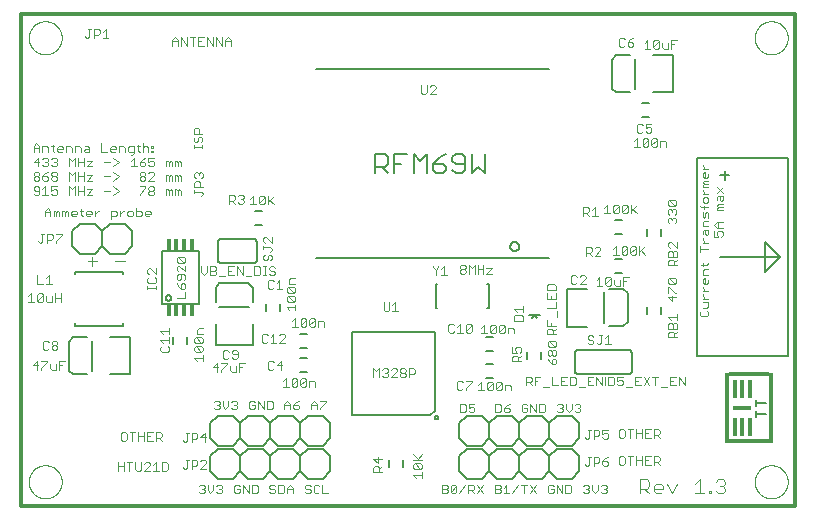
<source format=gto>
G75*
%MOIN*%
%OFA0B0*%
%FSLAX25Y25*%
%IPPOS*%
%LPD*%
%AMOC8*
5,1,8,0,0,1.08239X$1,22.5*
%
%ADD10C,0.00000*%
%ADD11C,0.01200*%
%ADD12C,0.00300*%
%ADD13R,0.01250X0.06250*%
%ADD14R,0.06250X0.01250*%
%ADD15C,0.00800*%
%ADD16R,0.01250X0.23750*%
%ADD17R,0.13600X0.01400*%
%ADD18C,0.00400*%
%ADD19C,0.00500*%
%ADD20C,0.00600*%
%ADD21R,0.01181X0.03937*%
D10*
X0004288Y0009800D02*
X0004290Y0009948D01*
X0004296Y0010096D01*
X0004306Y0010244D01*
X0004320Y0010391D01*
X0004338Y0010538D01*
X0004359Y0010684D01*
X0004385Y0010830D01*
X0004415Y0010975D01*
X0004448Y0011119D01*
X0004486Y0011262D01*
X0004527Y0011404D01*
X0004572Y0011545D01*
X0004620Y0011685D01*
X0004673Y0011824D01*
X0004729Y0011961D01*
X0004789Y0012096D01*
X0004852Y0012230D01*
X0004919Y0012362D01*
X0004990Y0012492D01*
X0005064Y0012620D01*
X0005141Y0012746D01*
X0005222Y0012870D01*
X0005306Y0012992D01*
X0005393Y0013111D01*
X0005484Y0013228D01*
X0005578Y0013343D01*
X0005674Y0013455D01*
X0005774Y0013565D01*
X0005876Y0013671D01*
X0005982Y0013775D01*
X0006090Y0013876D01*
X0006201Y0013974D01*
X0006314Y0014070D01*
X0006430Y0014162D01*
X0006548Y0014251D01*
X0006669Y0014336D01*
X0006792Y0014419D01*
X0006917Y0014498D01*
X0007044Y0014574D01*
X0007173Y0014646D01*
X0007304Y0014715D01*
X0007437Y0014780D01*
X0007572Y0014841D01*
X0007708Y0014899D01*
X0007845Y0014954D01*
X0007984Y0015004D01*
X0008125Y0015051D01*
X0008266Y0015094D01*
X0008409Y0015134D01*
X0008553Y0015169D01*
X0008697Y0015201D01*
X0008843Y0015228D01*
X0008989Y0015252D01*
X0009136Y0015272D01*
X0009283Y0015288D01*
X0009430Y0015300D01*
X0009578Y0015308D01*
X0009726Y0015312D01*
X0009874Y0015312D01*
X0010022Y0015308D01*
X0010170Y0015300D01*
X0010317Y0015288D01*
X0010464Y0015272D01*
X0010611Y0015252D01*
X0010757Y0015228D01*
X0010903Y0015201D01*
X0011047Y0015169D01*
X0011191Y0015134D01*
X0011334Y0015094D01*
X0011475Y0015051D01*
X0011616Y0015004D01*
X0011755Y0014954D01*
X0011892Y0014899D01*
X0012028Y0014841D01*
X0012163Y0014780D01*
X0012296Y0014715D01*
X0012427Y0014646D01*
X0012556Y0014574D01*
X0012683Y0014498D01*
X0012808Y0014419D01*
X0012931Y0014336D01*
X0013052Y0014251D01*
X0013170Y0014162D01*
X0013286Y0014070D01*
X0013399Y0013974D01*
X0013510Y0013876D01*
X0013618Y0013775D01*
X0013724Y0013671D01*
X0013826Y0013565D01*
X0013926Y0013455D01*
X0014022Y0013343D01*
X0014116Y0013228D01*
X0014207Y0013111D01*
X0014294Y0012992D01*
X0014378Y0012870D01*
X0014459Y0012746D01*
X0014536Y0012620D01*
X0014610Y0012492D01*
X0014681Y0012362D01*
X0014748Y0012230D01*
X0014811Y0012096D01*
X0014871Y0011961D01*
X0014927Y0011824D01*
X0014980Y0011685D01*
X0015028Y0011545D01*
X0015073Y0011404D01*
X0015114Y0011262D01*
X0015152Y0011119D01*
X0015185Y0010975D01*
X0015215Y0010830D01*
X0015241Y0010684D01*
X0015262Y0010538D01*
X0015280Y0010391D01*
X0015294Y0010244D01*
X0015304Y0010096D01*
X0015310Y0009948D01*
X0015312Y0009800D01*
X0015310Y0009652D01*
X0015304Y0009504D01*
X0015294Y0009356D01*
X0015280Y0009209D01*
X0015262Y0009062D01*
X0015241Y0008916D01*
X0015215Y0008770D01*
X0015185Y0008625D01*
X0015152Y0008481D01*
X0015114Y0008338D01*
X0015073Y0008196D01*
X0015028Y0008055D01*
X0014980Y0007915D01*
X0014927Y0007776D01*
X0014871Y0007639D01*
X0014811Y0007504D01*
X0014748Y0007370D01*
X0014681Y0007238D01*
X0014610Y0007108D01*
X0014536Y0006980D01*
X0014459Y0006854D01*
X0014378Y0006730D01*
X0014294Y0006608D01*
X0014207Y0006489D01*
X0014116Y0006372D01*
X0014022Y0006257D01*
X0013926Y0006145D01*
X0013826Y0006035D01*
X0013724Y0005929D01*
X0013618Y0005825D01*
X0013510Y0005724D01*
X0013399Y0005626D01*
X0013286Y0005530D01*
X0013170Y0005438D01*
X0013052Y0005349D01*
X0012931Y0005264D01*
X0012808Y0005181D01*
X0012683Y0005102D01*
X0012556Y0005026D01*
X0012427Y0004954D01*
X0012296Y0004885D01*
X0012163Y0004820D01*
X0012028Y0004759D01*
X0011892Y0004701D01*
X0011755Y0004646D01*
X0011616Y0004596D01*
X0011475Y0004549D01*
X0011334Y0004506D01*
X0011191Y0004466D01*
X0011047Y0004431D01*
X0010903Y0004399D01*
X0010757Y0004372D01*
X0010611Y0004348D01*
X0010464Y0004328D01*
X0010317Y0004312D01*
X0010170Y0004300D01*
X0010022Y0004292D01*
X0009874Y0004288D01*
X0009726Y0004288D01*
X0009578Y0004292D01*
X0009430Y0004300D01*
X0009283Y0004312D01*
X0009136Y0004328D01*
X0008989Y0004348D01*
X0008843Y0004372D01*
X0008697Y0004399D01*
X0008553Y0004431D01*
X0008409Y0004466D01*
X0008266Y0004506D01*
X0008125Y0004549D01*
X0007984Y0004596D01*
X0007845Y0004646D01*
X0007708Y0004701D01*
X0007572Y0004759D01*
X0007437Y0004820D01*
X0007304Y0004885D01*
X0007173Y0004954D01*
X0007044Y0005026D01*
X0006917Y0005102D01*
X0006792Y0005181D01*
X0006669Y0005264D01*
X0006548Y0005349D01*
X0006430Y0005438D01*
X0006314Y0005530D01*
X0006201Y0005626D01*
X0006090Y0005724D01*
X0005982Y0005825D01*
X0005876Y0005929D01*
X0005774Y0006035D01*
X0005674Y0006145D01*
X0005578Y0006257D01*
X0005484Y0006372D01*
X0005393Y0006489D01*
X0005306Y0006608D01*
X0005222Y0006730D01*
X0005141Y0006854D01*
X0005064Y0006980D01*
X0004990Y0007108D01*
X0004919Y0007238D01*
X0004852Y0007370D01*
X0004789Y0007504D01*
X0004729Y0007639D01*
X0004673Y0007776D01*
X0004620Y0007915D01*
X0004572Y0008055D01*
X0004527Y0008196D01*
X0004486Y0008338D01*
X0004448Y0008481D01*
X0004415Y0008625D01*
X0004385Y0008770D01*
X0004359Y0008916D01*
X0004338Y0009062D01*
X0004320Y0009209D01*
X0004306Y0009356D01*
X0004296Y0009504D01*
X0004290Y0009652D01*
X0004288Y0009800D01*
X0004288Y0157800D02*
X0004290Y0157948D01*
X0004296Y0158096D01*
X0004306Y0158244D01*
X0004320Y0158391D01*
X0004338Y0158538D01*
X0004359Y0158684D01*
X0004385Y0158830D01*
X0004415Y0158975D01*
X0004448Y0159119D01*
X0004486Y0159262D01*
X0004527Y0159404D01*
X0004572Y0159545D01*
X0004620Y0159685D01*
X0004673Y0159824D01*
X0004729Y0159961D01*
X0004789Y0160096D01*
X0004852Y0160230D01*
X0004919Y0160362D01*
X0004990Y0160492D01*
X0005064Y0160620D01*
X0005141Y0160746D01*
X0005222Y0160870D01*
X0005306Y0160992D01*
X0005393Y0161111D01*
X0005484Y0161228D01*
X0005578Y0161343D01*
X0005674Y0161455D01*
X0005774Y0161565D01*
X0005876Y0161671D01*
X0005982Y0161775D01*
X0006090Y0161876D01*
X0006201Y0161974D01*
X0006314Y0162070D01*
X0006430Y0162162D01*
X0006548Y0162251D01*
X0006669Y0162336D01*
X0006792Y0162419D01*
X0006917Y0162498D01*
X0007044Y0162574D01*
X0007173Y0162646D01*
X0007304Y0162715D01*
X0007437Y0162780D01*
X0007572Y0162841D01*
X0007708Y0162899D01*
X0007845Y0162954D01*
X0007984Y0163004D01*
X0008125Y0163051D01*
X0008266Y0163094D01*
X0008409Y0163134D01*
X0008553Y0163169D01*
X0008697Y0163201D01*
X0008843Y0163228D01*
X0008989Y0163252D01*
X0009136Y0163272D01*
X0009283Y0163288D01*
X0009430Y0163300D01*
X0009578Y0163308D01*
X0009726Y0163312D01*
X0009874Y0163312D01*
X0010022Y0163308D01*
X0010170Y0163300D01*
X0010317Y0163288D01*
X0010464Y0163272D01*
X0010611Y0163252D01*
X0010757Y0163228D01*
X0010903Y0163201D01*
X0011047Y0163169D01*
X0011191Y0163134D01*
X0011334Y0163094D01*
X0011475Y0163051D01*
X0011616Y0163004D01*
X0011755Y0162954D01*
X0011892Y0162899D01*
X0012028Y0162841D01*
X0012163Y0162780D01*
X0012296Y0162715D01*
X0012427Y0162646D01*
X0012556Y0162574D01*
X0012683Y0162498D01*
X0012808Y0162419D01*
X0012931Y0162336D01*
X0013052Y0162251D01*
X0013170Y0162162D01*
X0013286Y0162070D01*
X0013399Y0161974D01*
X0013510Y0161876D01*
X0013618Y0161775D01*
X0013724Y0161671D01*
X0013826Y0161565D01*
X0013926Y0161455D01*
X0014022Y0161343D01*
X0014116Y0161228D01*
X0014207Y0161111D01*
X0014294Y0160992D01*
X0014378Y0160870D01*
X0014459Y0160746D01*
X0014536Y0160620D01*
X0014610Y0160492D01*
X0014681Y0160362D01*
X0014748Y0160230D01*
X0014811Y0160096D01*
X0014871Y0159961D01*
X0014927Y0159824D01*
X0014980Y0159685D01*
X0015028Y0159545D01*
X0015073Y0159404D01*
X0015114Y0159262D01*
X0015152Y0159119D01*
X0015185Y0158975D01*
X0015215Y0158830D01*
X0015241Y0158684D01*
X0015262Y0158538D01*
X0015280Y0158391D01*
X0015294Y0158244D01*
X0015304Y0158096D01*
X0015310Y0157948D01*
X0015312Y0157800D01*
X0015310Y0157652D01*
X0015304Y0157504D01*
X0015294Y0157356D01*
X0015280Y0157209D01*
X0015262Y0157062D01*
X0015241Y0156916D01*
X0015215Y0156770D01*
X0015185Y0156625D01*
X0015152Y0156481D01*
X0015114Y0156338D01*
X0015073Y0156196D01*
X0015028Y0156055D01*
X0014980Y0155915D01*
X0014927Y0155776D01*
X0014871Y0155639D01*
X0014811Y0155504D01*
X0014748Y0155370D01*
X0014681Y0155238D01*
X0014610Y0155108D01*
X0014536Y0154980D01*
X0014459Y0154854D01*
X0014378Y0154730D01*
X0014294Y0154608D01*
X0014207Y0154489D01*
X0014116Y0154372D01*
X0014022Y0154257D01*
X0013926Y0154145D01*
X0013826Y0154035D01*
X0013724Y0153929D01*
X0013618Y0153825D01*
X0013510Y0153724D01*
X0013399Y0153626D01*
X0013286Y0153530D01*
X0013170Y0153438D01*
X0013052Y0153349D01*
X0012931Y0153264D01*
X0012808Y0153181D01*
X0012683Y0153102D01*
X0012556Y0153026D01*
X0012427Y0152954D01*
X0012296Y0152885D01*
X0012163Y0152820D01*
X0012028Y0152759D01*
X0011892Y0152701D01*
X0011755Y0152646D01*
X0011616Y0152596D01*
X0011475Y0152549D01*
X0011334Y0152506D01*
X0011191Y0152466D01*
X0011047Y0152431D01*
X0010903Y0152399D01*
X0010757Y0152372D01*
X0010611Y0152348D01*
X0010464Y0152328D01*
X0010317Y0152312D01*
X0010170Y0152300D01*
X0010022Y0152292D01*
X0009874Y0152288D01*
X0009726Y0152288D01*
X0009578Y0152292D01*
X0009430Y0152300D01*
X0009283Y0152312D01*
X0009136Y0152328D01*
X0008989Y0152348D01*
X0008843Y0152372D01*
X0008697Y0152399D01*
X0008553Y0152431D01*
X0008409Y0152466D01*
X0008266Y0152506D01*
X0008125Y0152549D01*
X0007984Y0152596D01*
X0007845Y0152646D01*
X0007708Y0152701D01*
X0007572Y0152759D01*
X0007437Y0152820D01*
X0007304Y0152885D01*
X0007173Y0152954D01*
X0007044Y0153026D01*
X0006917Y0153102D01*
X0006792Y0153181D01*
X0006669Y0153264D01*
X0006548Y0153349D01*
X0006430Y0153438D01*
X0006314Y0153530D01*
X0006201Y0153626D01*
X0006090Y0153724D01*
X0005982Y0153825D01*
X0005876Y0153929D01*
X0005774Y0154035D01*
X0005674Y0154145D01*
X0005578Y0154257D01*
X0005484Y0154372D01*
X0005393Y0154489D01*
X0005306Y0154608D01*
X0005222Y0154730D01*
X0005141Y0154854D01*
X0005064Y0154980D01*
X0004990Y0155108D01*
X0004919Y0155238D01*
X0004852Y0155370D01*
X0004789Y0155504D01*
X0004729Y0155639D01*
X0004673Y0155776D01*
X0004620Y0155915D01*
X0004572Y0156055D01*
X0004527Y0156196D01*
X0004486Y0156338D01*
X0004448Y0156481D01*
X0004415Y0156625D01*
X0004385Y0156770D01*
X0004359Y0156916D01*
X0004338Y0157062D01*
X0004320Y0157209D01*
X0004306Y0157356D01*
X0004296Y0157504D01*
X0004290Y0157652D01*
X0004288Y0157800D01*
X0246288Y0157800D02*
X0246290Y0157948D01*
X0246296Y0158096D01*
X0246306Y0158244D01*
X0246320Y0158391D01*
X0246338Y0158538D01*
X0246359Y0158684D01*
X0246385Y0158830D01*
X0246415Y0158975D01*
X0246448Y0159119D01*
X0246486Y0159262D01*
X0246527Y0159404D01*
X0246572Y0159545D01*
X0246620Y0159685D01*
X0246673Y0159824D01*
X0246729Y0159961D01*
X0246789Y0160096D01*
X0246852Y0160230D01*
X0246919Y0160362D01*
X0246990Y0160492D01*
X0247064Y0160620D01*
X0247141Y0160746D01*
X0247222Y0160870D01*
X0247306Y0160992D01*
X0247393Y0161111D01*
X0247484Y0161228D01*
X0247578Y0161343D01*
X0247674Y0161455D01*
X0247774Y0161565D01*
X0247876Y0161671D01*
X0247982Y0161775D01*
X0248090Y0161876D01*
X0248201Y0161974D01*
X0248314Y0162070D01*
X0248430Y0162162D01*
X0248548Y0162251D01*
X0248669Y0162336D01*
X0248792Y0162419D01*
X0248917Y0162498D01*
X0249044Y0162574D01*
X0249173Y0162646D01*
X0249304Y0162715D01*
X0249437Y0162780D01*
X0249572Y0162841D01*
X0249708Y0162899D01*
X0249845Y0162954D01*
X0249984Y0163004D01*
X0250125Y0163051D01*
X0250266Y0163094D01*
X0250409Y0163134D01*
X0250553Y0163169D01*
X0250697Y0163201D01*
X0250843Y0163228D01*
X0250989Y0163252D01*
X0251136Y0163272D01*
X0251283Y0163288D01*
X0251430Y0163300D01*
X0251578Y0163308D01*
X0251726Y0163312D01*
X0251874Y0163312D01*
X0252022Y0163308D01*
X0252170Y0163300D01*
X0252317Y0163288D01*
X0252464Y0163272D01*
X0252611Y0163252D01*
X0252757Y0163228D01*
X0252903Y0163201D01*
X0253047Y0163169D01*
X0253191Y0163134D01*
X0253334Y0163094D01*
X0253475Y0163051D01*
X0253616Y0163004D01*
X0253755Y0162954D01*
X0253892Y0162899D01*
X0254028Y0162841D01*
X0254163Y0162780D01*
X0254296Y0162715D01*
X0254427Y0162646D01*
X0254556Y0162574D01*
X0254683Y0162498D01*
X0254808Y0162419D01*
X0254931Y0162336D01*
X0255052Y0162251D01*
X0255170Y0162162D01*
X0255286Y0162070D01*
X0255399Y0161974D01*
X0255510Y0161876D01*
X0255618Y0161775D01*
X0255724Y0161671D01*
X0255826Y0161565D01*
X0255926Y0161455D01*
X0256022Y0161343D01*
X0256116Y0161228D01*
X0256207Y0161111D01*
X0256294Y0160992D01*
X0256378Y0160870D01*
X0256459Y0160746D01*
X0256536Y0160620D01*
X0256610Y0160492D01*
X0256681Y0160362D01*
X0256748Y0160230D01*
X0256811Y0160096D01*
X0256871Y0159961D01*
X0256927Y0159824D01*
X0256980Y0159685D01*
X0257028Y0159545D01*
X0257073Y0159404D01*
X0257114Y0159262D01*
X0257152Y0159119D01*
X0257185Y0158975D01*
X0257215Y0158830D01*
X0257241Y0158684D01*
X0257262Y0158538D01*
X0257280Y0158391D01*
X0257294Y0158244D01*
X0257304Y0158096D01*
X0257310Y0157948D01*
X0257312Y0157800D01*
X0257310Y0157652D01*
X0257304Y0157504D01*
X0257294Y0157356D01*
X0257280Y0157209D01*
X0257262Y0157062D01*
X0257241Y0156916D01*
X0257215Y0156770D01*
X0257185Y0156625D01*
X0257152Y0156481D01*
X0257114Y0156338D01*
X0257073Y0156196D01*
X0257028Y0156055D01*
X0256980Y0155915D01*
X0256927Y0155776D01*
X0256871Y0155639D01*
X0256811Y0155504D01*
X0256748Y0155370D01*
X0256681Y0155238D01*
X0256610Y0155108D01*
X0256536Y0154980D01*
X0256459Y0154854D01*
X0256378Y0154730D01*
X0256294Y0154608D01*
X0256207Y0154489D01*
X0256116Y0154372D01*
X0256022Y0154257D01*
X0255926Y0154145D01*
X0255826Y0154035D01*
X0255724Y0153929D01*
X0255618Y0153825D01*
X0255510Y0153724D01*
X0255399Y0153626D01*
X0255286Y0153530D01*
X0255170Y0153438D01*
X0255052Y0153349D01*
X0254931Y0153264D01*
X0254808Y0153181D01*
X0254683Y0153102D01*
X0254556Y0153026D01*
X0254427Y0152954D01*
X0254296Y0152885D01*
X0254163Y0152820D01*
X0254028Y0152759D01*
X0253892Y0152701D01*
X0253755Y0152646D01*
X0253616Y0152596D01*
X0253475Y0152549D01*
X0253334Y0152506D01*
X0253191Y0152466D01*
X0253047Y0152431D01*
X0252903Y0152399D01*
X0252757Y0152372D01*
X0252611Y0152348D01*
X0252464Y0152328D01*
X0252317Y0152312D01*
X0252170Y0152300D01*
X0252022Y0152292D01*
X0251874Y0152288D01*
X0251726Y0152288D01*
X0251578Y0152292D01*
X0251430Y0152300D01*
X0251283Y0152312D01*
X0251136Y0152328D01*
X0250989Y0152348D01*
X0250843Y0152372D01*
X0250697Y0152399D01*
X0250553Y0152431D01*
X0250409Y0152466D01*
X0250266Y0152506D01*
X0250125Y0152549D01*
X0249984Y0152596D01*
X0249845Y0152646D01*
X0249708Y0152701D01*
X0249572Y0152759D01*
X0249437Y0152820D01*
X0249304Y0152885D01*
X0249173Y0152954D01*
X0249044Y0153026D01*
X0248917Y0153102D01*
X0248792Y0153181D01*
X0248669Y0153264D01*
X0248548Y0153349D01*
X0248430Y0153438D01*
X0248314Y0153530D01*
X0248201Y0153626D01*
X0248090Y0153724D01*
X0247982Y0153825D01*
X0247876Y0153929D01*
X0247774Y0154035D01*
X0247674Y0154145D01*
X0247578Y0154257D01*
X0247484Y0154372D01*
X0247393Y0154489D01*
X0247306Y0154608D01*
X0247222Y0154730D01*
X0247141Y0154854D01*
X0247064Y0154980D01*
X0246990Y0155108D01*
X0246919Y0155238D01*
X0246852Y0155370D01*
X0246789Y0155504D01*
X0246729Y0155639D01*
X0246673Y0155776D01*
X0246620Y0155915D01*
X0246572Y0156055D01*
X0246527Y0156196D01*
X0246486Y0156338D01*
X0246448Y0156481D01*
X0246415Y0156625D01*
X0246385Y0156770D01*
X0246359Y0156916D01*
X0246338Y0157062D01*
X0246320Y0157209D01*
X0246306Y0157356D01*
X0246296Y0157504D01*
X0246290Y0157652D01*
X0246288Y0157800D01*
X0246288Y0009800D02*
X0246290Y0009948D01*
X0246296Y0010096D01*
X0246306Y0010244D01*
X0246320Y0010391D01*
X0246338Y0010538D01*
X0246359Y0010684D01*
X0246385Y0010830D01*
X0246415Y0010975D01*
X0246448Y0011119D01*
X0246486Y0011262D01*
X0246527Y0011404D01*
X0246572Y0011545D01*
X0246620Y0011685D01*
X0246673Y0011824D01*
X0246729Y0011961D01*
X0246789Y0012096D01*
X0246852Y0012230D01*
X0246919Y0012362D01*
X0246990Y0012492D01*
X0247064Y0012620D01*
X0247141Y0012746D01*
X0247222Y0012870D01*
X0247306Y0012992D01*
X0247393Y0013111D01*
X0247484Y0013228D01*
X0247578Y0013343D01*
X0247674Y0013455D01*
X0247774Y0013565D01*
X0247876Y0013671D01*
X0247982Y0013775D01*
X0248090Y0013876D01*
X0248201Y0013974D01*
X0248314Y0014070D01*
X0248430Y0014162D01*
X0248548Y0014251D01*
X0248669Y0014336D01*
X0248792Y0014419D01*
X0248917Y0014498D01*
X0249044Y0014574D01*
X0249173Y0014646D01*
X0249304Y0014715D01*
X0249437Y0014780D01*
X0249572Y0014841D01*
X0249708Y0014899D01*
X0249845Y0014954D01*
X0249984Y0015004D01*
X0250125Y0015051D01*
X0250266Y0015094D01*
X0250409Y0015134D01*
X0250553Y0015169D01*
X0250697Y0015201D01*
X0250843Y0015228D01*
X0250989Y0015252D01*
X0251136Y0015272D01*
X0251283Y0015288D01*
X0251430Y0015300D01*
X0251578Y0015308D01*
X0251726Y0015312D01*
X0251874Y0015312D01*
X0252022Y0015308D01*
X0252170Y0015300D01*
X0252317Y0015288D01*
X0252464Y0015272D01*
X0252611Y0015252D01*
X0252757Y0015228D01*
X0252903Y0015201D01*
X0253047Y0015169D01*
X0253191Y0015134D01*
X0253334Y0015094D01*
X0253475Y0015051D01*
X0253616Y0015004D01*
X0253755Y0014954D01*
X0253892Y0014899D01*
X0254028Y0014841D01*
X0254163Y0014780D01*
X0254296Y0014715D01*
X0254427Y0014646D01*
X0254556Y0014574D01*
X0254683Y0014498D01*
X0254808Y0014419D01*
X0254931Y0014336D01*
X0255052Y0014251D01*
X0255170Y0014162D01*
X0255286Y0014070D01*
X0255399Y0013974D01*
X0255510Y0013876D01*
X0255618Y0013775D01*
X0255724Y0013671D01*
X0255826Y0013565D01*
X0255926Y0013455D01*
X0256022Y0013343D01*
X0256116Y0013228D01*
X0256207Y0013111D01*
X0256294Y0012992D01*
X0256378Y0012870D01*
X0256459Y0012746D01*
X0256536Y0012620D01*
X0256610Y0012492D01*
X0256681Y0012362D01*
X0256748Y0012230D01*
X0256811Y0012096D01*
X0256871Y0011961D01*
X0256927Y0011824D01*
X0256980Y0011685D01*
X0257028Y0011545D01*
X0257073Y0011404D01*
X0257114Y0011262D01*
X0257152Y0011119D01*
X0257185Y0010975D01*
X0257215Y0010830D01*
X0257241Y0010684D01*
X0257262Y0010538D01*
X0257280Y0010391D01*
X0257294Y0010244D01*
X0257304Y0010096D01*
X0257310Y0009948D01*
X0257312Y0009800D01*
X0257310Y0009652D01*
X0257304Y0009504D01*
X0257294Y0009356D01*
X0257280Y0009209D01*
X0257262Y0009062D01*
X0257241Y0008916D01*
X0257215Y0008770D01*
X0257185Y0008625D01*
X0257152Y0008481D01*
X0257114Y0008338D01*
X0257073Y0008196D01*
X0257028Y0008055D01*
X0256980Y0007915D01*
X0256927Y0007776D01*
X0256871Y0007639D01*
X0256811Y0007504D01*
X0256748Y0007370D01*
X0256681Y0007238D01*
X0256610Y0007108D01*
X0256536Y0006980D01*
X0256459Y0006854D01*
X0256378Y0006730D01*
X0256294Y0006608D01*
X0256207Y0006489D01*
X0256116Y0006372D01*
X0256022Y0006257D01*
X0255926Y0006145D01*
X0255826Y0006035D01*
X0255724Y0005929D01*
X0255618Y0005825D01*
X0255510Y0005724D01*
X0255399Y0005626D01*
X0255286Y0005530D01*
X0255170Y0005438D01*
X0255052Y0005349D01*
X0254931Y0005264D01*
X0254808Y0005181D01*
X0254683Y0005102D01*
X0254556Y0005026D01*
X0254427Y0004954D01*
X0254296Y0004885D01*
X0254163Y0004820D01*
X0254028Y0004759D01*
X0253892Y0004701D01*
X0253755Y0004646D01*
X0253616Y0004596D01*
X0253475Y0004549D01*
X0253334Y0004506D01*
X0253191Y0004466D01*
X0253047Y0004431D01*
X0252903Y0004399D01*
X0252757Y0004372D01*
X0252611Y0004348D01*
X0252464Y0004328D01*
X0252317Y0004312D01*
X0252170Y0004300D01*
X0252022Y0004292D01*
X0251874Y0004288D01*
X0251726Y0004288D01*
X0251578Y0004292D01*
X0251430Y0004300D01*
X0251283Y0004312D01*
X0251136Y0004328D01*
X0250989Y0004348D01*
X0250843Y0004372D01*
X0250697Y0004399D01*
X0250553Y0004431D01*
X0250409Y0004466D01*
X0250266Y0004506D01*
X0250125Y0004549D01*
X0249984Y0004596D01*
X0249845Y0004646D01*
X0249708Y0004701D01*
X0249572Y0004759D01*
X0249437Y0004820D01*
X0249304Y0004885D01*
X0249173Y0004954D01*
X0249044Y0005026D01*
X0248917Y0005102D01*
X0248792Y0005181D01*
X0248669Y0005264D01*
X0248548Y0005349D01*
X0248430Y0005438D01*
X0248314Y0005530D01*
X0248201Y0005626D01*
X0248090Y0005724D01*
X0247982Y0005825D01*
X0247876Y0005929D01*
X0247774Y0006035D01*
X0247674Y0006145D01*
X0247578Y0006257D01*
X0247484Y0006372D01*
X0247393Y0006489D01*
X0247306Y0006608D01*
X0247222Y0006730D01*
X0247141Y0006854D01*
X0247064Y0006980D01*
X0246990Y0007108D01*
X0246919Y0007238D01*
X0246852Y0007370D01*
X0246789Y0007504D01*
X0246729Y0007639D01*
X0246673Y0007776D01*
X0246620Y0007915D01*
X0246572Y0008055D01*
X0246527Y0008196D01*
X0246486Y0008338D01*
X0246448Y0008481D01*
X0246415Y0008625D01*
X0246385Y0008770D01*
X0246359Y0008916D01*
X0246338Y0009062D01*
X0246320Y0009209D01*
X0246306Y0009356D01*
X0246296Y0009504D01*
X0246290Y0009652D01*
X0246288Y0009800D01*
D11*
X0001800Y0001800D02*
X0001800Y0165501D01*
X0001800Y0165800D02*
X0259800Y0165800D01*
X0259800Y0001800D01*
X0259721Y0001800D02*
X0001800Y0001800D01*
D12*
X0033950Y0013450D02*
X0033950Y0016352D01*
X0033950Y0014901D02*
X0035885Y0014901D01*
X0035885Y0016352D02*
X0035885Y0013450D01*
X0037864Y0013450D02*
X0037864Y0016352D01*
X0036897Y0016352D02*
X0038831Y0016352D01*
X0039843Y0016352D02*
X0039843Y0013934D01*
X0040327Y0013450D01*
X0041294Y0013450D01*
X0041778Y0013934D01*
X0041778Y0016352D01*
X0042790Y0015869D02*
X0043273Y0016352D01*
X0044241Y0016352D01*
X0044725Y0015869D01*
X0044725Y0015385D01*
X0042790Y0013450D01*
X0044725Y0013450D01*
X0045736Y0013450D02*
X0047671Y0013450D01*
X0046704Y0013450D02*
X0046704Y0016352D01*
X0045736Y0015385D01*
X0048683Y0016352D02*
X0048683Y0013450D01*
X0050134Y0013450D01*
X0050618Y0013934D01*
X0050618Y0015869D01*
X0050134Y0016352D01*
X0048683Y0016352D01*
X0055650Y0014634D02*
X0056134Y0014150D01*
X0056617Y0014150D01*
X0057101Y0014634D01*
X0057101Y0017052D01*
X0056617Y0017052D02*
X0057585Y0017052D01*
X0058597Y0017052D02*
X0060048Y0017052D01*
X0060531Y0016569D01*
X0060531Y0015601D01*
X0060048Y0015117D01*
X0058597Y0015117D01*
X0058597Y0014150D02*
X0058597Y0017052D01*
X0061543Y0016569D02*
X0062027Y0017052D01*
X0062994Y0017052D01*
X0063478Y0016569D01*
X0063478Y0016085D01*
X0061543Y0014150D01*
X0063478Y0014150D01*
X0063897Y0008852D02*
X0063897Y0006917D01*
X0064864Y0005950D01*
X0065831Y0006917D01*
X0065831Y0008852D01*
X0066843Y0008369D02*
X0067327Y0008852D01*
X0068294Y0008852D01*
X0068778Y0008369D01*
X0068778Y0007885D01*
X0068294Y0007401D01*
X0068778Y0006917D01*
X0068778Y0006434D01*
X0068294Y0005950D01*
X0067327Y0005950D01*
X0066843Y0006434D01*
X0067811Y0007401D02*
X0068294Y0007401D01*
X0072736Y0006434D02*
X0073220Y0005950D01*
X0074187Y0005950D01*
X0074671Y0006434D01*
X0074671Y0007401D01*
X0073704Y0007401D01*
X0074671Y0008369D02*
X0074187Y0008852D01*
X0073220Y0008852D01*
X0072736Y0008369D01*
X0072736Y0006434D01*
X0075683Y0005950D02*
X0075683Y0008852D01*
X0077618Y0005950D01*
X0077618Y0008852D01*
X0078629Y0008852D02*
X0080080Y0008852D01*
X0080564Y0008369D01*
X0080564Y0006434D01*
X0080080Y0005950D01*
X0078629Y0005950D01*
X0078629Y0008852D01*
X0084522Y0008369D02*
X0084522Y0007885D01*
X0085006Y0007401D01*
X0085973Y0007401D01*
X0086457Y0006917D01*
X0086457Y0006434D01*
X0085973Y0005950D01*
X0085006Y0005950D01*
X0084522Y0006434D01*
X0084522Y0008369D02*
X0085006Y0008852D01*
X0085973Y0008852D01*
X0086457Y0008369D01*
X0087469Y0008852D02*
X0087469Y0005950D01*
X0088920Y0005950D01*
X0089404Y0006434D01*
X0089404Y0008369D01*
X0088920Y0008852D01*
X0087469Y0008852D01*
X0090415Y0007885D02*
X0091383Y0008852D01*
X0092350Y0007885D01*
X0092350Y0005950D01*
X0092350Y0007401D02*
X0090415Y0007401D01*
X0090415Y0007885D02*
X0090415Y0005950D01*
X0096308Y0006434D02*
X0096792Y0005950D01*
X0097759Y0005950D01*
X0098243Y0006434D01*
X0098243Y0006917D01*
X0097759Y0007401D01*
X0096792Y0007401D01*
X0096308Y0007885D01*
X0096308Y0008369D01*
X0096792Y0008852D01*
X0097759Y0008852D01*
X0098243Y0008369D01*
X0099255Y0008369D02*
X0099255Y0006434D01*
X0099738Y0005950D01*
X0100706Y0005950D01*
X0101190Y0006434D01*
X0102201Y0005950D02*
X0104136Y0005950D01*
X0102201Y0005950D02*
X0102201Y0008852D01*
X0101190Y0008369D02*
X0100706Y0008852D01*
X0099738Y0008852D01*
X0099255Y0008369D01*
X0119198Y0013057D02*
X0119198Y0014508D01*
X0119681Y0014992D01*
X0120649Y0014992D01*
X0121133Y0014508D01*
X0121133Y0013057D01*
X0122100Y0013057D02*
X0119198Y0013057D01*
X0121133Y0014024D02*
X0122100Y0014992D01*
X0120649Y0016003D02*
X0120649Y0017938D01*
X0122100Y0017455D02*
X0119198Y0017455D01*
X0120649Y0016003D01*
X0132448Y0015508D02*
X0132448Y0014541D01*
X0132931Y0014057D01*
X0134866Y0014057D01*
X0132931Y0015992D01*
X0134866Y0015992D01*
X0135350Y0015508D01*
X0135350Y0014541D01*
X0134866Y0014057D01*
X0135350Y0013045D02*
X0135350Y0011110D01*
X0135350Y0012078D02*
X0132448Y0012078D01*
X0133415Y0011110D01*
X0132448Y0015508D02*
X0132931Y0015992D01*
X0132448Y0017003D02*
X0135350Y0017003D01*
X0134383Y0017003D02*
X0132448Y0018938D01*
X0133899Y0017487D02*
X0135350Y0018938D01*
X0141950Y0008852D02*
X0143401Y0008852D01*
X0143885Y0008369D01*
X0143885Y0007885D01*
X0143401Y0007401D01*
X0141950Y0007401D01*
X0141950Y0005950D02*
X0143401Y0005950D01*
X0143885Y0006434D01*
X0143885Y0006917D01*
X0143401Y0007401D01*
X0144897Y0006434D02*
X0146831Y0008369D01*
X0146831Y0006434D01*
X0146348Y0005950D01*
X0145380Y0005950D01*
X0144897Y0006434D01*
X0144897Y0008369D01*
X0145380Y0008852D01*
X0146348Y0008852D01*
X0146831Y0008369D01*
X0147843Y0005950D02*
X0149778Y0008852D01*
X0150790Y0008852D02*
X0152241Y0008852D01*
X0152725Y0008369D01*
X0152725Y0007401D01*
X0152241Y0006917D01*
X0150790Y0006917D01*
X0150790Y0005950D02*
X0150790Y0008852D01*
X0151757Y0006917D02*
X0152725Y0005950D01*
X0153736Y0005950D02*
X0155671Y0008852D01*
X0153736Y0008852D02*
X0155671Y0005950D01*
X0159629Y0005950D02*
X0159629Y0008852D01*
X0161080Y0008852D01*
X0161564Y0008369D01*
X0161564Y0007885D01*
X0161080Y0007401D01*
X0159629Y0007401D01*
X0159629Y0005950D02*
X0161080Y0005950D01*
X0161564Y0006434D01*
X0161564Y0006917D01*
X0161080Y0007401D01*
X0162576Y0007885D02*
X0163543Y0008852D01*
X0163543Y0005950D01*
X0162576Y0005950D02*
X0164511Y0005950D01*
X0165522Y0005950D02*
X0167457Y0008852D01*
X0168469Y0008852D02*
X0170404Y0008852D01*
X0169436Y0008852D02*
X0169436Y0005950D01*
X0171415Y0005950D02*
X0173350Y0008852D01*
X0171415Y0008852D02*
X0173350Y0005950D01*
X0177308Y0006434D02*
X0177308Y0008369D01*
X0177792Y0008852D01*
X0178759Y0008852D01*
X0179243Y0008369D01*
X0179243Y0007401D02*
X0178276Y0007401D01*
X0179243Y0007401D02*
X0179243Y0006434D01*
X0178759Y0005950D01*
X0177792Y0005950D01*
X0177308Y0006434D01*
X0180255Y0005950D02*
X0180255Y0008852D01*
X0182190Y0005950D01*
X0182190Y0008852D01*
X0183201Y0008852D02*
X0184652Y0008852D01*
X0185136Y0008369D01*
X0185136Y0006434D01*
X0184652Y0005950D01*
X0183201Y0005950D01*
X0183201Y0008852D01*
X0189094Y0008369D02*
X0189578Y0008852D01*
X0190546Y0008852D01*
X0191029Y0008369D01*
X0191029Y0007885D01*
X0190546Y0007401D01*
X0191029Y0006917D01*
X0191029Y0006434D01*
X0190546Y0005950D01*
X0189578Y0005950D01*
X0189094Y0006434D01*
X0190062Y0007401D02*
X0190546Y0007401D01*
X0192041Y0006917D02*
X0193008Y0005950D01*
X0193976Y0006917D01*
X0193976Y0008852D01*
X0194987Y0008369D02*
X0195471Y0008852D01*
X0196439Y0008852D01*
X0196922Y0008369D01*
X0196922Y0007885D01*
X0196439Y0007401D01*
X0196922Y0006917D01*
X0196922Y0006434D01*
X0196439Y0005950D01*
X0195471Y0005950D01*
X0194987Y0006434D01*
X0195955Y0007401D02*
X0196439Y0007401D01*
X0192041Y0006917D02*
X0192041Y0008852D01*
X0192597Y0015150D02*
X0192597Y0018052D01*
X0194048Y0018052D01*
X0194531Y0017569D01*
X0194531Y0016601D01*
X0194048Y0016117D01*
X0192597Y0016117D01*
X0191101Y0015634D02*
X0191101Y0018052D01*
X0190617Y0018052D02*
X0191585Y0018052D01*
X0191101Y0015634D02*
X0190617Y0015150D01*
X0190134Y0015150D01*
X0189650Y0015634D01*
X0195543Y0015634D02*
X0196027Y0015150D01*
X0196994Y0015150D01*
X0197478Y0015634D01*
X0197478Y0016117D01*
X0196994Y0016601D01*
X0195543Y0016601D01*
X0195543Y0015634D01*
X0195543Y0016601D02*
X0196511Y0017569D01*
X0197478Y0018052D01*
X0200950Y0017869D02*
X0200950Y0015934D01*
X0201434Y0015450D01*
X0202401Y0015450D01*
X0202885Y0015934D01*
X0202885Y0017869D01*
X0202401Y0018352D01*
X0201434Y0018352D01*
X0200950Y0017869D01*
X0203897Y0018352D02*
X0205831Y0018352D01*
X0204864Y0018352D02*
X0204864Y0015450D01*
X0206843Y0015450D02*
X0206843Y0018352D01*
X0206843Y0016901D02*
X0208778Y0016901D01*
X0209790Y0016901D02*
X0210757Y0016901D01*
X0209790Y0018352D02*
X0209790Y0015450D01*
X0211725Y0015450D01*
X0212736Y0015450D02*
X0212736Y0018352D01*
X0214187Y0018352D01*
X0214671Y0017869D01*
X0214671Y0016901D01*
X0214187Y0016417D01*
X0212736Y0016417D01*
X0213704Y0016417D02*
X0214671Y0015450D01*
X0211725Y0018352D02*
X0209790Y0018352D01*
X0208778Y0018352D02*
X0208778Y0015450D01*
X0208778Y0024450D02*
X0208778Y0027352D01*
X0209790Y0027352D02*
X0209790Y0024450D01*
X0211725Y0024450D01*
X0212736Y0024450D02*
X0212736Y0027352D01*
X0214187Y0027352D01*
X0214671Y0026869D01*
X0214671Y0025901D01*
X0214187Y0025417D01*
X0212736Y0025417D01*
X0213704Y0025417D02*
X0214671Y0024450D01*
X0211725Y0027352D02*
X0209790Y0027352D01*
X0209790Y0025901D02*
X0210757Y0025901D01*
X0208778Y0025901D02*
X0206843Y0025901D01*
X0206843Y0024450D02*
X0206843Y0027352D01*
X0205831Y0027352D02*
X0203897Y0027352D01*
X0204864Y0027352D02*
X0204864Y0024450D01*
X0202885Y0024934D02*
X0202885Y0026869D01*
X0202401Y0027352D01*
X0201434Y0027352D01*
X0200950Y0026869D01*
X0200950Y0024934D01*
X0201434Y0024450D01*
X0202401Y0024450D01*
X0202885Y0024934D01*
X0197478Y0024634D02*
X0196994Y0024150D01*
X0196027Y0024150D01*
X0195543Y0024634D01*
X0195543Y0025601D02*
X0196511Y0026085D01*
X0196994Y0026085D01*
X0197478Y0025601D01*
X0197478Y0024634D01*
X0195543Y0025601D02*
X0195543Y0027052D01*
X0197478Y0027052D01*
X0194531Y0026569D02*
X0194531Y0025601D01*
X0194048Y0025117D01*
X0192597Y0025117D01*
X0192597Y0024150D02*
X0192597Y0027052D01*
X0194048Y0027052D01*
X0194531Y0026569D01*
X0191585Y0027052D02*
X0190617Y0027052D01*
X0191101Y0027052D02*
X0191101Y0024634D01*
X0190617Y0024150D01*
X0190134Y0024150D01*
X0189650Y0024634D01*
X0187706Y0032950D02*
X0186738Y0032950D01*
X0186255Y0033434D01*
X0185243Y0033917D02*
X0185243Y0035852D01*
X0186255Y0035369D02*
X0186738Y0035852D01*
X0187706Y0035852D01*
X0188190Y0035369D01*
X0188190Y0034885D01*
X0187706Y0034401D01*
X0188190Y0033917D01*
X0188190Y0033434D01*
X0187706Y0032950D01*
X0187706Y0034401D02*
X0187222Y0034401D01*
X0185243Y0033917D02*
X0184276Y0032950D01*
X0183308Y0033917D01*
X0183308Y0035852D01*
X0182297Y0035369D02*
X0182297Y0034885D01*
X0181813Y0034401D01*
X0182297Y0033917D01*
X0182297Y0033434D01*
X0181813Y0032950D01*
X0180845Y0032950D01*
X0180362Y0033434D01*
X0181329Y0034401D02*
X0181813Y0034401D01*
X0182297Y0035369D02*
X0181813Y0035852D01*
X0180845Y0035852D01*
X0180362Y0035369D01*
X0176404Y0035369D02*
X0175920Y0035852D01*
X0174469Y0035852D01*
X0174469Y0032950D01*
X0175920Y0032950D01*
X0176404Y0033434D01*
X0176404Y0035369D01*
X0173457Y0035852D02*
X0173457Y0032950D01*
X0171522Y0035852D01*
X0171522Y0032950D01*
X0170511Y0033434D02*
X0170511Y0034401D01*
X0169543Y0034401D01*
X0168576Y0033434D02*
X0169059Y0032950D01*
X0170027Y0032950D01*
X0170511Y0033434D01*
X0168576Y0033434D02*
X0168576Y0035369D01*
X0169059Y0035852D01*
X0170027Y0035852D01*
X0170511Y0035369D01*
X0164618Y0035852D02*
X0163650Y0035369D01*
X0162683Y0034401D01*
X0164134Y0034401D01*
X0164618Y0033917D01*
X0164618Y0033434D01*
X0164134Y0032950D01*
X0163166Y0032950D01*
X0162683Y0033434D01*
X0162683Y0034401D01*
X0161671Y0033434D02*
X0161671Y0035369D01*
X0161187Y0035852D01*
X0159736Y0035852D01*
X0159736Y0032950D01*
X0161187Y0032950D01*
X0161671Y0033434D01*
X0152831Y0033434D02*
X0152348Y0032950D01*
X0151380Y0032950D01*
X0150897Y0033434D01*
X0150897Y0034401D02*
X0151864Y0034885D01*
X0152348Y0034885D01*
X0152831Y0034401D01*
X0152831Y0033434D01*
X0150897Y0034401D02*
X0150897Y0035852D01*
X0152831Y0035852D01*
X0149885Y0035369D02*
X0149401Y0035852D01*
X0147950Y0035852D01*
X0147950Y0032950D01*
X0149401Y0032950D01*
X0149885Y0033434D01*
X0149885Y0035369D01*
X0150003Y0040500D02*
X0150003Y0040984D01*
X0151938Y0042919D01*
X0151938Y0043402D01*
X0150003Y0043402D01*
X0148992Y0042919D02*
X0148508Y0043402D01*
X0147541Y0043402D01*
X0147057Y0042919D01*
X0147057Y0040984D01*
X0147541Y0040500D01*
X0148508Y0040500D01*
X0148992Y0040984D01*
X0154164Y0040250D02*
X0156099Y0040250D01*
X0155131Y0040250D02*
X0155131Y0043152D01*
X0154164Y0042185D01*
X0157110Y0042669D02*
X0157110Y0040734D01*
X0159045Y0042669D01*
X0159045Y0040734D01*
X0158562Y0040250D01*
X0157594Y0040250D01*
X0157110Y0040734D01*
X0157110Y0042669D02*
X0157594Y0043152D01*
X0158562Y0043152D01*
X0159045Y0042669D01*
X0160057Y0042669D02*
X0160057Y0040734D01*
X0161992Y0042669D01*
X0161992Y0040734D01*
X0161508Y0040250D01*
X0160541Y0040250D01*
X0160057Y0040734D01*
X0160057Y0042669D02*
X0160541Y0043152D01*
X0161508Y0043152D01*
X0161992Y0042669D01*
X0163003Y0042185D02*
X0163003Y0040250D01*
X0163003Y0042185D02*
X0164455Y0042185D01*
X0164938Y0041701D01*
X0164938Y0040250D01*
X0169950Y0041950D02*
X0169950Y0044852D01*
X0171401Y0044852D01*
X0171885Y0044369D01*
X0171885Y0043401D01*
X0171401Y0042917D01*
X0169950Y0042917D01*
X0170917Y0042917D02*
X0171885Y0041950D01*
X0172897Y0041950D02*
X0172897Y0044852D01*
X0174831Y0044852D01*
X0173864Y0043401D02*
X0172897Y0043401D01*
X0175843Y0041466D02*
X0177778Y0041466D01*
X0178790Y0041950D02*
X0180725Y0041950D01*
X0181736Y0041950D02*
X0183671Y0041950D01*
X0184683Y0041950D02*
X0186134Y0041950D01*
X0186618Y0042434D01*
X0186618Y0044369D01*
X0186134Y0044852D01*
X0184683Y0044852D01*
X0184683Y0041950D01*
X0182704Y0043401D02*
X0181736Y0043401D01*
X0181736Y0044852D02*
X0181736Y0041950D01*
X0181736Y0044852D02*
X0183671Y0044852D01*
X0178790Y0044852D02*
X0178790Y0041950D01*
X0187629Y0041466D02*
X0189564Y0041466D01*
X0190576Y0041950D02*
X0192511Y0041950D01*
X0193522Y0041950D02*
X0193522Y0044852D01*
X0195457Y0041950D01*
X0195457Y0044852D01*
X0196469Y0044852D02*
X0196469Y0041950D01*
X0197451Y0041950D02*
X0198902Y0041950D01*
X0199386Y0042434D01*
X0199386Y0044369D01*
X0198902Y0044852D01*
X0197451Y0044852D01*
X0197451Y0041950D01*
X0200397Y0042434D02*
X0200881Y0041950D01*
X0201849Y0041950D01*
X0202332Y0042434D01*
X0202332Y0043401D01*
X0201849Y0043885D01*
X0201365Y0043885D01*
X0200397Y0043401D01*
X0200397Y0044852D01*
X0202332Y0044852D01*
X0206290Y0044852D02*
X0206290Y0041950D01*
X0208225Y0041950D01*
X0209237Y0041950D02*
X0211172Y0044852D01*
X0212183Y0044852D02*
X0214118Y0044852D01*
X0213151Y0044852D02*
X0213151Y0041950D01*
X0211172Y0041950D02*
X0209237Y0044852D01*
X0208225Y0044852D02*
X0206290Y0044852D01*
X0206290Y0043401D02*
X0207258Y0043401D01*
X0205279Y0041466D02*
X0203344Y0041466D01*
X0192511Y0044852D02*
X0190576Y0044852D01*
X0190576Y0041950D01*
X0190576Y0043401D02*
X0191543Y0043401D01*
X0180150Y0049434D02*
X0180150Y0050401D01*
X0179666Y0050885D01*
X0179183Y0050885D01*
X0178699Y0050401D01*
X0178699Y0048950D01*
X0179666Y0048950D01*
X0180150Y0049434D01*
X0178699Y0048950D02*
X0177731Y0049917D01*
X0177248Y0050885D01*
X0177731Y0051897D02*
X0178215Y0051897D01*
X0178699Y0052380D01*
X0178699Y0053348D01*
X0179183Y0053831D01*
X0179666Y0053831D01*
X0180150Y0053348D01*
X0180150Y0052380D01*
X0179666Y0051897D01*
X0179183Y0051897D01*
X0178699Y0052380D01*
X0178699Y0053348D02*
X0178215Y0053831D01*
X0177731Y0053831D01*
X0177248Y0053348D01*
X0177248Y0052380D01*
X0177731Y0051897D01*
X0177731Y0054843D02*
X0177248Y0055327D01*
X0177248Y0056294D01*
X0177731Y0056778D01*
X0179666Y0054843D01*
X0180150Y0055327D01*
X0180150Y0056294D01*
X0179666Y0056778D01*
X0177731Y0056778D01*
X0177731Y0054843D02*
X0179666Y0054843D01*
X0179900Y0058950D02*
X0176998Y0058950D01*
X0176998Y0060401D01*
X0177481Y0060885D01*
X0178449Y0060885D01*
X0178933Y0060401D01*
X0178933Y0058950D01*
X0178933Y0059917D02*
X0179900Y0060885D01*
X0179900Y0061897D02*
X0176998Y0061897D01*
X0176998Y0063831D01*
X0178449Y0062864D02*
X0178449Y0061897D01*
X0180384Y0064843D02*
X0180384Y0066778D01*
X0179900Y0067790D02*
X0176998Y0067790D01*
X0179900Y0067790D02*
X0179900Y0069725D01*
X0179900Y0070736D02*
X0176998Y0070736D01*
X0176998Y0072671D01*
X0176998Y0073683D02*
X0176998Y0075134D01*
X0177481Y0075618D01*
X0179416Y0075618D01*
X0179900Y0075134D01*
X0179900Y0073683D01*
X0176998Y0073683D01*
X0178449Y0071704D02*
X0178449Y0070736D01*
X0179900Y0070736D02*
X0179900Y0072671D01*
X0185057Y0076297D02*
X0185541Y0075813D01*
X0186508Y0075813D01*
X0186992Y0076297D01*
X0188003Y0075813D02*
X0189938Y0077748D01*
X0189938Y0078232D01*
X0189455Y0078715D01*
X0188487Y0078715D01*
X0188003Y0078232D01*
X0186992Y0078232D02*
X0186508Y0078715D01*
X0185541Y0078715D01*
X0185057Y0078232D01*
X0185057Y0076297D01*
X0188003Y0075813D02*
X0189938Y0075813D01*
X0193556Y0075194D02*
X0195491Y0075194D01*
X0194524Y0075194D02*
X0194524Y0078097D01*
X0193556Y0077129D01*
X0196503Y0077613D02*
X0196503Y0075678D01*
X0198438Y0077613D01*
X0198438Y0075678D01*
X0197954Y0075194D01*
X0196987Y0075194D01*
X0196503Y0075678D01*
X0196503Y0077613D02*
X0196987Y0078097D01*
X0197954Y0078097D01*
X0198438Y0077613D01*
X0199449Y0077129D02*
X0199449Y0075678D01*
X0199933Y0075194D01*
X0201384Y0075194D01*
X0201384Y0077129D01*
X0202396Y0076645D02*
X0203363Y0076645D01*
X0202396Y0075194D02*
X0202396Y0078097D01*
X0204331Y0078097D01*
X0203348Y0085450D02*
X0202380Y0085450D01*
X0201897Y0085934D01*
X0203831Y0087869D01*
X0203831Y0085934D01*
X0203348Y0085450D01*
X0201897Y0085934D02*
X0201897Y0087869D01*
X0202380Y0088352D01*
X0203348Y0088352D01*
X0203831Y0087869D01*
X0204843Y0087869D02*
X0204843Y0085934D01*
X0206778Y0087869D01*
X0206778Y0085934D01*
X0206294Y0085450D01*
X0205327Y0085450D01*
X0204843Y0085934D01*
X0204843Y0087869D02*
X0205327Y0088352D01*
X0206294Y0088352D01*
X0206778Y0087869D01*
X0207790Y0088352D02*
X0207790Y0085450D01*
X0207790Y0086417D02*
X0209725Y0088352D01*
X0208273Y0086901D02*
X0209725Y0085450D01*
X0217498Y0084897D02*
X0217498Y0086348D01*
X0217981Y0086831D01*
X0218465Y0086831D01*
X0218949Y0086348D01*
X0218949Y0084897D01*
X0218949Y0083885D02*
X0219433Y0083401D01*
X0219433Y0081950D01*
X0220400Y0081950D02*
X0217498Y0081950D01*
X0217498Y0083401D01*
X0217981Y0083885D01*
X0218949Y0083885D01*
X0219433Y0082917D02*
X0220400Y0083885D01*
X0220400Y0084897D02*
X0220400Y0086348D01*
X0219916Y0086831D01*
X0219433Y0086831D01*
X0218949Y0086348D01*
X0217981Y0087843D02*
X0217498Y0088327D01*
X0217498Y0089294D01*
X0217981Y0089778D01*
X0218465Y0089778D01*
X0220400Y0087843D01*
X0220400Y0089778D01*
X0220400Y0084897D02*
X0217498Y0084897D01*
X0217731Y0077778D02*
X0219666Y0075843D01*
X0220150Y0076327D01*
X0220150Y0077294D01*
X0219666Y0077778D01*
X0217731Y0077778D01*
X0217248Y0077294D01*
X0217248Y0076327D01*
X0217731Y0075843D01*
X0219666Y0075843D01*
X0217731Y0074831D02*
X0219666Y0072897D01*
X0220150Y0072897D01*
X0220150Y0071401D02*
X0217248Y0071401D01*
X0218699Y0069950D01*
X0218699Y0071885D01*
X0217248Y0072897D02*
X0217248Y0074831D01*
X0217731Y0074831D01*
X0228915Y0074750D02*
X0228915Y0074266D01*
X0229883Y0073298D01*
X0230850Y0073298D02*
X0228915Y0073298D01*
X0228915Y0072294D02*
X0228915Y0071811D01*
X0229883Y0070843D01*
X0230850Y0070843D02*
X0228915Y0070843D01*
X0228915Y0069831D02*
X0230850Y0069831D01*
X0230850Y0068380D01*
X0230366Y0067897D01*
X0228915Y0067897D01*
X0228431Y0066885D02*
X0227948Y0066401D01*
X0227948Y0065434D01*
X0228431Y0064950D01*
X0230366Y0064950D01*
X0230850Y0065434D01*
X0230850Y0066401D01*
X0230366Y0066885D01*
X0220400Y0065778D02*
X0220400Y0063843D01*
X0220400Y0064811D02*
X0217498Y0064811D01*
X0218465Y0063843D01*
X0218465Y0062831D02*
X0218949Y0062348D01*
X0218949Y0060897D01*
X0218949Y0059885D02*
X0219433Y0059401D01*
X0219433Y0057950D01*
X0220400Y0057950D02*
X0217498Y0057950D01*
X0217498Y0059401D01*
X0217981Y0059885D01*
X0218949Y0059885D01*
X0219433Y0058917D02*
X0220400Y0059885D01*
X0220400Y0060897D02*
X0217498Y0060897D01*
X0217498Y0062348D01*
X0217981Y0062831D01*
X0218465Y0062831D01*
X0218949Y0062348D02*
X0219433Y0062831D01*
X0219916Y0062831D01*
X0220400Y0062348D01*
X0220400Y0060897D01*
X0229399Y0075754D02*
X0228915Y0076238D01*
X0228915Y0077205D01*
X0229399Y0077689D01*
X0229883Y0077689D01*
X0229883Y0075754D01*
X0230366Y0075754D02*
X0229399Y0075754D01*
X0230366Y0075754D02*
X0230850Y0076238D01*
X0230850Y0077205D01*
X0230850Y0078700D02*
X0228915Y0078700D01*
X0228915Y0080152D01*
X0229399Y0080635D01*
X0230850Y0080635D01*
X0230366Y0082131D02*
X0228431Y0082131D01*
X0228915Y0082614D02*
X0228915Y0081647D01*
X0230366Y0082131D02*
X0230850Y0082614D01*
X0227948Y0086558D02*
X0227948Y0088493D01*
X0227948Y0087525D02*
X0230850Y0087525D01*
X0230850Y0089504D02*
X0228915Y0089504D01*
X0229883Y0089504D02*
X0228915Y0090472D01*
X0228915Y0090956D01*
X0228915Y0092443D02*
X0228915Y0093411D01*
X0229399Y0093895D01*
X0230850Y0093895D01*
X0230850Y0092443D01*
X0230366Y0091960D01*
X0229883Y0092443D01*
X0229883Y0093895D01*
X0230850Y0094906D02*
X0228915Y0094906D01*
X0228915Y0096357D01*
X0229399Y0096841D01*
X0230850Y0096841D01*
X0230850Y0097853D02*
X0230850Y0099304D01*
X0230366Y0099788D01*
X0229883Y0099304D01*
X0229883Y0098337D01*
X0229399Y0097853D01*
X0228915Y0098337D01*
X0228915Y0099788D01*
X0229399Y0100799D02*
X0229399Y0101767D01*
X0229399Y0102764D02*
X0230366Y0102764D01*
X0230850Y0103247D01*
X0230850Y0104215D01*
X0230366Y0104699D01*
X0229399Y0104699D01*
X0228915Y0104215D01*
X0228915Y0103247D01*
X0229399Y0102764D01*
X0227948Y0101767D02*
X0228431Y0101283D01*
X0230850Y0101283D01*
X0233715Y0101759D02*
X0234199Y0102243D01*
X0235650Y0102243D01*
X0235650Y0101276D02*
X0234199Y0101276D01*
X0233715Y0101759D01*
X0234199Y0101276D02*
X0233715Y0100792D01*
X0233715Y0100308D01*
X0235650Y0100308D01*
X0235166Y0103255D02*
X0234683Y0103738D01*
X0234683Y0105190D01*
X0234199Y0105190D02*
X0235650Y0105190D01*
X0235650Y0103738D01*
X0235166Y0103255D01*
X0233715Y0103738D02*
X0233715Y0104706D01*
X0234199Y0105190D01*
X0233715Y0106201D02*
X0235650Y0108136D01*
X0235650Y0106201D02*
X0233715Y0108136D01*
X0230850Y0108166D02*
X0228915Y0108166D01*
X0228915Y0108649D01*
X0229399Y0109133D01*
X0228915Y0109617D01*
X0229399Y0110101D01*
X0230850Y0110101D01*
X0230850Y0109133D02*
X0229399Y0109133D01*
X0229399Y0111112D02*
X0228915Y0111596D01*
X0228915Y0112563D01*
X0229399Y0113047D01*
X0229883Y0113047D01*
X0229883Y0111112D01*
X0230366Y0111112D02*
X0229399Y0111112D01*
X0230366Y0111112D02*
X0230850Y0111596D01*
X0230850Y0112563D01*
X0230850Y0114059D02*
X0228915Y0114059D01*
X0228915Y0115026D02*
X0228915Y0115510D01*
X0228915Y0115026D02*
X0229883Y0114059D01*
X0228915Y0107161D02*
X0228915Y0106678D01*
X0229883Y0105710D01*
X0230850Y0105710D02*
X0228915Y0105710D01*
X0220150Y0103294D02*
X0220150Y0102327D01*
X0219666Y0101843D01*
X0217731Y0103778D01*
X0219666Y0103778D01*
X0220150Y0103294D01*
X0219666Y0101843D02*
X0217731Y0101843D01*
X0217248Y0102327D01*
X0217248Y0103294D01*
X0217731Y0103778D01*
X0217731Y0100831D02*
X0218215Y0100831D01*
X0218699Y0100348D01*
X0219183Y0100831D01*
X0219666Y0100831D01*
X0220150Y0100348D01*
X0220150Y0099380D01*
X0219666Y0098897D01*
X0219666Y0097885D02*
X0220150Y0097401D01*
X0220150Y0096434D01*
X0219666Y0095950D01*
X0218699Y0096917D02*
X0218699Y0097401D01*
X0219183Y0097885D01*
X0219666Y0097885D01*
X0218699Y0097401D02*
X0218215Y0097885D01*
X0217731Y0097885D01*
X0217248Y0097401D01*
X0217248Y0096434D01*
X0217731Y0095950D01*
X0217731Y0098897D02*
X0217248Y0099380D01*
X0217248Y0100348D01*
X0217731Y0100831D01*
X0218699Y0100348D02*
X0218699Y0099864D01*
X0206938Y0099250D02*
X0205487Y0100701D01*
X0205003Y0100217D02*
X0206938Y0102152D01*
X0205003Y0102152D02*
X0205003Y0099250D01*
X0203992Y0099734D02*
X0203992Y0101669D01*
X0202057Y0099734D01*
X0202541Y0099250D01*
X0203508Y0099250D01*
X0203992Y0099734D01*
X0203992Y0101669D02*
X0203508Y0102152D01*
X0202541Y0102152D01*
X0202057Y0101669D01*
X0202057Y0099734D01*
X0201045Y0099734D02*
X0201045Y0101669D01*
X0199110Y0099734D01*
X0199594Y0099250D01*
X0200562Y0099250D01*
X0201045Y0099734D01*
X0199110Y0099734D02*
X0199110Y0101669D01*
X0199594Y0102152D01*
X0200562Y0102152D01*
X0201045Y0101669D01*
X0198099Y0099250D02*
X0196164Y0099250D01*
X0197131Y0099250D02*
X0197131Y0102152D01*
X0196164Y0101185D01*
X0192971Y0101402D02*
X0192003Y0100435D01*
X0190992Y0100919D02*
X0190992Y0099951D01*
X0190508Y0099467D01*
X0189057Y0099467D01*
X0189057Y0098500D02*
X0189057Y0101402D01*
X0190508Y0101402D01*
X0190992Y0100919D01*
X0190024Y0099467D02*
X0190992Y0098500D01*
X0192003Y0098500D02*
X0193938Y0098500D01*
X0192971Y0098500D02*
X0192971Y0101402D01*
X0193380Y0088102D02*
X0192897Y0087619D01*
X0193380Y0088102D02*
X0194348Y0088102D01*
X0194831Y0087619D01*
X0194831Y0087135D01*
X0192897Y0085200D01*
X0194831Y0085200D01*
X0191885Y0085200D02*
X0190917Y0086167D01*
X0191401Y0086167D02*
X0189950Y0086167D01*
X0189950Y0085200D02*
X0189950Y0088102D01*
X0191401Y0088102D01*
X0191885Y0087619D01*
X0191885Y0086651D01*
X0191401Y0086167D01*
X0198950Y0085450D02*
X0200885Y0085450D01*
X0199917Y0085450D02*
X0199917Y0088352D01*
X0198950Y0087385D01*
X0232748Y0091469D02*
X0234199Y0091469D01*
X0233715Y0092436D01*
X0233715Y0092920D01*
X0234199Y0093404D01*
X0235166Y0093404D01*
X0235650Y0092920D01*
X0235650Y0091952D01*
X0235166Y0091469D01*
X0232748Y0091469D02*
X0232748Y0093404D01*
X0233715Y0094415D02*
X0232748Y0095383D01*
X0233715Y0096350D01*
X0235650Y0096350D01*
X0234199Y0096350D02*
X0234199Y0094415D01*
X0233715Y0094415D02*
X0235650Y0094415D01*
X0216725Y0121450D02*
X0216725Y0122901D01*
X0216241Y0123385D01*
X0214790Y0123385D01*
X0214790Y0121450D01*
X0213778Y0121934D02*
X0213778Y0123869D01*
X0211843Y0121934D01*
X0212327Y0121450D01*
X0213294Y0121450D01*
X0213778Y0121934D01*
X0213778Y0123869D02*
X0213294Y0124352D01*
X0212327Y0124352D01*
X0211843Y0123869D01*
X0211843Y0121934D01*
X0210831Y0121934D02*
X0210348Y0121450D01*
X0209380Y0121450D01*
X0208897Y0121934D01*
X0210831Y0123869D01*
X0210831Y0121934D01*
X0208897Y0121934D02*
X0208897Y0123869D01*
X0209380Y0124352D01*
X0210348Y0124352D01*
X0210831Y0123869D01*
X0207885Y0121450D02*
X0205950Y0121450D01*
X0206917Y0121450D02*
X0206917Y0124352D01*
X0205950Y0123385D01*
X0207434Y0126200D02*
X0208401Y0126200D01*
X0208885Y0126684D01*
X0209897Y0126684D02*
X0210380Y0126200D01*
X0211348Y0126200D01*
X0211831Y0126684D01*
X0211831Y0127651D01*
X0211348Y0128135D01*
X0210864Y0128135D01*
X0209897Y0127651D01*
X0209897Y0129102D01*
X0211831Y0129102D01*
X0208885Y0128619D02*
X0208401Y0129102D01*
X0207434Y0129102D01*
X0206950Y0128619D01*
X0206950Y0126684D01*
X0207434Y0126200D01*
X0209556Y0154194D02*
X0211491Y0154194D01*
X0210524Y0154194D02*
X0210524Y0157097D01*
X0209556Y0156129D01*
X0212503Y0156613D02*
X0212503Y0154678D01*
X0214438Y0156613D01*
X0214438Y0154678D01*
X0213954Y0154194D01*
X0212987Y0154194D01*
X0212503Y0154678D01*
X0212503Y0156613D02*
X0212987Y0157097D01*
X0213954Y0157097D01*
X0214438Y0156613D01*
X0215449Y0156129D02*
X0215449Y0154678D01*
X0215933Y0154194D01*
X0217384Y0154194D01*
X0217384Y0156129D01*
X0218396Y0155645D02*
X0219363Y0155645D01*
X0218396Y0154194D02*
X0218396Y0157097D01*
X0220331Y0157097D01*
X0205831Y0157789D02*
X0204864Y0157306D01*
X0203897Y0156338D01*
X0205348Y0156338D01*
X0205831Y0155854D01*
X0205831Y0155371D01*
X0205348Y0154887D01*
X0204380Y0154887D01*
X0203897Y0155371D01*
X0203897Y0156338D01*
X0202885Y0155371D02*
X0202401Y0154887D01*
X0201434Y0154887D01*
X0200950Y0155371D01*
X0200950Y0157306D01*
X0201434Y0157789D01*
X0202401Y0157789D01*
X0202885Y0157306D01*
X0139885Y0141547D02*
X0139401Y0142030D01*
X0138434Y0142030D01*
X0137950Y0141547D01*
X0136938Y0142030D02*
X0136938Y0139612D01*
X0136455Y0139128D01*
X0135487Y0139128D01*
X0135003Y0139612D01*
X0135003Y0142030D01*
X0137950Y0139128D02*
X0139885Y0141063D01*
X0139885Y0141547D01*
X0139885Y0139128D02*
X0137950Y0139128D01*
X0085938Y0105152D02*
X0084003Y0103217D01*
X0084487Y0103701D02*
X0085938Y0102250D01*
X0084003Y0102250D02*
X0084003Y0105152D01*
X0082992Y0104669D02*
X0082992Y0102734D01*
X0082508Y0102250D01*
X0081541Y0102250D01*
X0081057Y0102734D01*
X0082992Y0104669D01*
X0082508Y0105152D01*
X0081541Y0105152D01*
X0081057Y0104669D01*
X0081057Y0102734D01*
X0080045Y0102250D02*
X0078110Y0102250D01*
X0079078Y0102250D02*
X0079078Y0105152D01*
X0078110Y0104185D01*
X0075938Y0104435D02*
X0075455Y0103951D01*
X0075938Y0103467D01*
X0075938Y0102984D01*
X0075455Y0102500D01*
X0074487Y0102500D01*
X0074003Y0102984D01*
X0072992Y0102500D02*
X0072024Y0103467D01*
X0072508Y0103467D02*
X0071057Y0103467D01*
X0071057Y0102500D02*
X0071057Y0105402D01*
X0072508Y0105402D01*
X0072992Y0104919D01*
X0072992Y0103951D01*
X0072508Y0103467D01*
X0074003Y0104919D02*
X0074487Y0105402D01*
X0075455Y0105402D01*
X0075938Y0104919D01*
X0075938Y0104435D01*
X0075455Y0103951D02*
X0074971Y0103951D01*
X0062350Y0105594D02*
X0061866Y0105110D01*
X0062350Y0105594D02*
X0062350Y0106078D01*
X0061866Y0106562D01*
X0059448Y0106562D01*
X0059448Y0107045D02*
X0059448Y0106078D01*
X0059448Y0108057D02*
X0059448Y0109508D01*
X0059931Y0109992D01*
X0060899Y0109992D01*
X0061383Y0109508D01*
X0061383Y0108057D01*
X0062350Y0108057D02*
X0059448Y0108057D01*
X0054992Y0106801D02*
X0054992Y0105350D01*
X0054024Y0105350D02*
X0054024Y0106801D01*
X0054508Y0107285D01*
X0054992Y0106801D01*
X0054024Y0106801D02*
X0053541Y0107285D01*
X0053057Y0107285D01*
X0053057Y0105350D01*
X0052045Y0105350D02*
X0052045Y0106801D01*
X0051562Y0107285D01*
X0051078Y0106801D01*
X0051078Y0105350D01*
X0050110Y0105350D02*
X0050110Y0107285D01*
X0050594Y0107285D01*
X0051078Y0106801D01*
X0051078Y0110150D02*
X0051078Y0111601D01*
X0051562Y0112085D01*
X0052045Y0111601D01*
X0052045Y0110150D01*
X0053057Y0110150D02*
X0053057Y0112085D01*
X0053541Y0112085D01*
X0054024Y0111601D01*
X0054508Y0112085D01*
X0054992Y0111601D01*
X0054992Y0110150D01*
X0054024Y0110150D02*
X0054024Y0111601D01*
X0051078Y0111601D02*
X0050594Y0112085D01*
X0050110Y0112085D01*
X0050110Y0110150D01*
X0046152Y0110150D02*
X0044217Y0110150D01*
X0046152Y0112085D01*
X0046152Y0112569D01*
X0045669Y0113052D01*
X0044701Y0113052D01*
X0044217Y0112569D01*
X0043206Y0112569D02*
X0043206Y0112085D01*
X0042722Y0111601D01*
X0041755Y0111601D01*
X0041271Y0112085D01*
X0041271Y0112569D01*
X0041755Y0113052D01*
X0042722Y0113052D01*
X0043206Y0112569D01*
X0042722Y0111601D02*
X0043206Y0111117D01*
X0043206Y0110634D01*
X0042722Y0110150D01*
X0041755Y0110150D01*
X0041271Y0110634D01*
X0041271Y0111117D01*
X0041755Y0111601D01*
X0041755Y0114950D02*
X0042722Y0114950D01*
X0043206Y0115434D01*
X0043206Y0115917D01*
X0042722Y0116401D01*
X0041271Y0116401D01*
X0041271Y0115434D01*
X0041755Y0114950D01*
X0040259Y0114950D02*
X0038324Y0114950D01*
X0039292Y0114950D02*
X0039292Y0117852D01*
X0038324Y0116885D01*
X0038310Y0118783D02*
X0038793Y0118783D01*
X0039277Y0119266D01*
X0039277Y0121685D01*
X0037826Y0121685D01*
X0037342Y0121201D01*
X0037342Y0120234D01*
X0037826Y0119750D01*
X0039277Y0119750D01*
X0040772Y0120234D02*
X0041256Y0119750D01*
X0040772Y0120234D02*
X0040772Y0122169D01*
X0040289Y0121685D02*
X0041256Y0121685D01*
X0042253Y0121201D02*
X0042737Y0121685D01*
X0043704Y0121685D01*
X0044188Y0121201D01*
X0044188Y0119750D01*
X0045200Y0119750D02*
X0045200Y0120234D01*
X0045683Y0120234D01*
X0045683Y0119750D01*
X0045200Y0119750D01*
X0045200Y0121201D02*
X0045200Y0121685D01*
X0045683Y0121685D01*
X0045683Y0121201D01*
X0045200Y0121201D01*
X0042253Y0122652D02*
X0042253Y0119750D01*
X0043206Y0117852D02*
X0042238Y0117369D01*
X0041271Y0116401D01*
X0044217Y0116401D02*
X0044217Y0117852D01*
X0046152Y0117852D01*
X0045669Y0116885D02*
X0046152Y0116401D01*
X0046152Y0115434D01*
X0045669Y0114950D01*
X0044701Y0114950D01*
X0044217Y0115434D01*
X0044217Y0116401D02*
X0045185Y0116885D01*
X0045669Y0116885D01*
X0050110Y0116885D02*
X0050110Y0114950D01*
X0051078Y0114950D02*
X0051078Y0116401D01*
X0051562Y0116885D01*
X0052045Y0116401D01*
X0052045Y0114950D01*
X0053057Y0114950D02*
X0053057Y0116885D01*
X0053541Y0116885D01*
X0054024Y0116401D01*
X0054508Y0116885D01*
X0054992Y0116401D01*
X0054992Y0114950D01*
X0054024Y0114950D02*
X0054024Y0116401D01*
X0051078Y0116401D02*
X0050594Y0116885D01*
X0050110Y0116885D01*
X0059248Y0120950D02*
X0059248Y0121917D01*
X0059248Y0121434D02*
X0062150Y0121434D01*
X0062150Y0121917D02*
X0062150Y0120950D01*
X0061666Y0122914D02*
X0062150Y0123398D01*
X0062150Y0124366D01*
X0061666Y0124849D01*
X0061183Y0124849D01*
X0060699Y0124366D01*
X0060699Y0123398D01*
X0060215Y0122914D01*
X0059731Y0122914D01*
X0059248Y0123398D01*
X0059248Y0124366D01*
X0059731Y0124849D01*
X0059248Y0125861D02*
X0059248Y0127312D01*
X0059731Y0127796D01*
X0060699Y0127796D01*
X0061183Y0127312D01*
X0061183Y0125861D01*
X0062150Y0125861D02*
X0059248Y0125861D01*
X0059931Y0112938D02*
X0060415Y0112938D01*
X0060899Y0112455D01*
X0061383Y0112938D01*
X0061866Y0112938D01*
X0062350Y0112455D01*
X0062350Y0111487D01*
X0061866Y0111003D01*
X0060899Y0111971D02*
X0060899Y0112455D01*
X0059931Y0112938D02*
X0059448Y0112455D01*
X0059448Y0111487D01*
X0059931Y0111003D01*
X0046152Y0107769D02*
X0046152Y0107285D01*
X0045669Y0106801D01*
X0044701Y0106801D01*
X0044217Y0107285D01*
X0044217Y0107769D01*
X0044701Y0108252D01*
X0045669Y0108252D01*
X0046152Y0107769D01*
X0045669Y0106801D02*
X0046152Y0106317D01*
X0046152Y0105834D01*
X0045669Y0105350D01*
X0044701Y0105350D01*
X0044217Y0105834D01*
X0044217Y0106317D01*
X0044701Y0106801D01*
X0043206Y0107769D02*
X0041271Y0105834D01*
X0041271Y0105350D01*
X0041271Y0108252D02*
X0043206Y0108252D01*
X0043206Y0107769D01*
X0034366Y0106801D02*
X0032431Y0105350D01*
X0031420Y0106801D02*
X0029485Y0106801D01*
X0032431Y0108252D02*
X0034366Y0106801D01*
X0032431Y0110150D02*
X0034366Y0111601D01*
X0032431Y0113052D01*
X0031420Y0111601D02*
X0029485Y0111601D01*
X0025527Y0112085D02*
X0023592Y0110150D01*
X0025527Y0110150D01*
X0025527Y0112085D02*
X0023592Y0112085D01*
X0022580Y0111601D02*
X0020645Y0111601D01*
X0020645Y0110150D02*
X0020645Y0113052D01*
X0019634Y0113052D02*
X0019634Y0110150D01*
X0019634Y0108252D02*
X0019634Y0105350D01*
X0020645Y0105350D02*
X0020645Y0108252D01*
X0019634Y0108252D02*
X0018666Y0107285D01*
X0017699Y0108252D01*
X0017699Y0105350D01*
X0020645Y0106801D02*
X0022580Y0106801D01*
X0023592Y0107285D02*
X0025527Y0107285D01*
X0023592Y0105350D01*
X0025527Y0105350D01*
X0022580Y0105350D02*
X0022580Y0108252D01*
X0022580Y0110150D02*
X0022580Y0113052D01*
X0022580Y0114950D02*
X0022580Y0117852D01*
X0023592Y0116885D02*
X0025527Y0116885D01*
X0023592Y0114950D01*
X0025527Y0114950D01*
X0022580Y0116401D02*
X0020645Y0116401D01*
X0020645Y0114950D02*
X0020645Y0117852D01*
X0019634Y0117852D02*
X0019634Y0114950D01*
X0019634Y0113052D02*
X0018666Y0112085D01*
X0017699Y0113052D01*
X0017699Y0110150D01*
X0013741Y0110634D02*
X0013257Y0110150D01*
X0012289Y0110150D01*
X0011806Y0110634D01*
X0011806Y0111117D01*
X0012289Y0111601D01*
X0013257Y0111601D01*
X0013741Y0111117D01*
X0013741Y0110634D01*
X0013257Y0111601D02*
X0013741Y0112085D01*
X0013741Y0112569D01*
X0013257Y0113052D01*
X0012289Y0113052D01*
X0011806Y0112569D01*
X0011806Y0112085D01*
X0012289Y0111601D01*
X0010794Y0111117D02*
X0010310Y0111601D01*
X0008859Y0111601D01*
X0008859Y0110634D01*
X0009343Y0110150D01*
X0010310Y0110150D01*
X0010794Y0110634D01*
X0010794Y0111117D01*
X0009827Y0112569D02*
X0008859Y0111601D01*
X0007848Y0111117D02*
X0007848Y0110634D01*
X0007364Y0110150D01*
X0006396Y0110150D01*
X0005913Y0110634D01*
X0005913Y0111117D01*
X0006396Y0111601D01*
X0007364Y0111601D01*
X0007848Y0111117D01*
X0007364Y0111601D02*
X0007848Y0112085D01*
X0007848Y0112569D01*
X0007364Y0113052D01*
X0006396Y0113052D01*
X0005913Y0112569D01*
X0005913Y0112085D01*
X0006396Y0111601D01*
X0009827Y0112569D02*
X0010794Y0113052D01*
X0010310Y0114950D02*
X0009343Y0114950D01*
X0008859Y0115434D01*
X0009827Y0116401D02*
X0010310Y0116401D01*
X0010794Y0115917D01*
X0010794Y0115434D01*
X0010310Y0114950D01*
X0010310Y0116401D02*
X0010794Y0116885D01*
X0010794Y0117369D01*
X0010310Y0117852D01*
X0009343Y0117852D01*
X0008859Y0117369D01*
X0007848Y0116401D02*
X0005913Y0116401D01*
X0007364Y0117852D01*
X0007364Y0114950D01*
X0011806Y0115434D02*
X0012289Y0114950D01*
X0013257Y0114950D01*
X0013741Y0115434D01*
X0013741Y0115917D01*
X0013257Y0116401D01*
X0012773Y0116401D01*
X0013257Y0116401D02*
X0013741Y0116885D01*
X0013741Y0117369D01*
X0013257Y0117852D01*
X0012289Y0117852D01*
X0011806Y0117369D01*
X0012773Y0119750D02*
X0012289Y0120234D01*
X0012289Y0122169D01*
X0011806Y0121685D02*
X0012773Y0121685D01*
X0013770Y0121201D02*
X0013770Y0120234D01*
X0014254Y0119750D01*
X0015221Y0119750D01*
X0015705Y0120717D02*
X0013770Y0120717D01*
X0013770Y0121201D02*
X0014254Y0121685D01*
X0015221Y0121685D01*
X0015705Y0121201D01*
X0015705Y0120717D01*
X0016717Y0119750D02*
X0016717Y0121685D01*
X0018168Y0121685D01*
X0018652Y0121201D01*
X0018652Y0119750D01*
X0019663Y0119750D02*
X0019663Y0121685D01*
X0021114Y0121685D01*
X0021598Y0121201D01*
X0021598Y0119750D01*
X0022610Y0120234D02*
X0023093Y0120717D01*
X0024545Y0120717D01*
X0024545Y0121201D02*
X0024545Y0119750D01*
X0023093Y0119750D01*
X0022610Y0120234D01*
X0023093Y0121685D02*
X0024061Y0121685D01*
X0024545Y0121201D01*
X0028503Y0119750D02*
X0030438Y0119750D01*
X0031449Y0120234D02*
X0031449Y0121201D01*
X0031933Y0121685D01*
X0032900Y0121685D01*
X0033384Y0121201D01*
X0033384Y0120717D01*
X0031449Y0120717D01*
X0031449Y0120234D02*
X0031933Y0119750D01*
X0032900Y0119750D01*
X0034396Y0119750D02*
X0034396Y0121685D01*
X0035847Y0121685D01*
X0036331Y0121201D01*
X0036331Y0119750D01*
X0034366Y0116401D02*
X0032431Y0117852D01*
X0031420Y0116401D02*
X0029485Y0116401D01*
X0032431Y0114950D02*
X0034366Y0116401D01*
X0028503Y0119750D02*
X0028503Y0122652D01*
X0019634Y0117852D02*
X0018666Y0116885D01*
X0017699Y0117852D01*
X0017699Y0114950D01*
X0010794Y0119750D02*
X0010794Y0121201D01*
X0010310Y0121685D01*
X0008859Y0121685D01*
X0008859Y0119750D01*
X0007848Y0119750D02*
X0007848Y0121685D01*
X0006880Y0122652D01*
X0005913Y0121685D01*
X0005913Y0119750D01*
X0005913Y0121201D02*
X0007848Y0121201D01*
X0007364Y0108252D02*
X0006396Y0108252D01*
X0005913Y0107769D01*
X0005913Y0107285D01*
X0006396Y0106801D01*
X0007848Y0106801D01*
X0007848Y0105834D02*
X0007364Y0105350D01*
X0006396Y0105350D01*
X0005913Y0105834D01*
X0007848Y0105834D02*
X0007848Y0107769D01*
X0007364Y0108252D01*
X0008859Y0107285D02*
X0009827Y0108252D01*
X0009827Y0105350D01*
X0010794Y0105350D02*
X0008859Y0105350D01*
X0011806Y0105834D02*
X0012289Y0105350D01*
X0013257Y0105350D01*
X0013741Y0105834D01*
X0013741Y0106801D01*
X0013257Y0107285D01*
X0012773Y0107285D01*
X0011806Y0106801D01*
X0011806Y0108252D01*
X0013741Y0108252D01*
X0010577Y0101152D02*
X0011545Y0100185D01*
X0011545Y0098250D01*
X0012556Y0098250D02*
X0012556Y0100185D01*
X0013040Y0100185D01*
X0013524Y0099701D01*
X0014007Y0100185D01*
X0014491Y0099701D01*
X0014491Y0098250D01*
X0013524Y0098250D02*
X0013524Y0099701D01*
X0011545Y0099701D02*
X0009610Y0099701D01*
X0009610Y0100185D02*
X0010577Y0101152D01*
X0009610Y0100185D02*
X0009610Y0098250D01*
X0015503Y0098250D02*
X0015503Y0100185D01*
X0015986Y0100185D01*
X0016470Y0099701D01*
X0016954Y0100185D01*
X0017438Y0099701D01*
X0017438Y0098250D01*
X0016470Y0098250D02*
X0016470Y0099701D01*
X0018449Y0099701D02*
X0018449Y0098734D01*
X0018933Y0098250D01*
X0019900Y0098250D01*
X0020384Y0099217D02*
X0018449Y0099217D01*
X0018449Y0099701D02*
X0018933Y0100185D01*
X0019900Y0100185D01*
X0020384Y0099701D01*
X0020384Y0099217D01*
X0021396Y0100185D02*
X0022363Y0100185D01*
X0021879Y0100669D02*
X0021879Y0098734D01*
X0022363Y0098250D01*
X0023360Y0098734D02*
X0023360Y0099701D01*
X0023844Y0100185D01*
X0024811Y0100185D01*
X0025295Y0099701D01*
X0025295Y0099217D01*
X0023360Y0099217D01*
X0023360Y0098734D02*
X0023844Y0098250D01*
X0024811Y0098250D01*
X0026307Y0098250D02*
X0026307Y0100185D01*
X0027274Y0100185D02*
X0027758Y0100185D01*
X0027274Y0100185D02*
X0026307Y0099217D01*
X0031708Y0098250D02*
X0033160Y0098250D01*
X0033643Y0098734D01*
X0033643Y0099701D01*
X0033160Y0100185D01*
X0031708Y0100185D01*
X0031708Y0097283D01*
X0034655Y0098250D02*
X0034655Y0100185D01*
X0035622Y0100185D02*
X0036106Y0100185D01*
X0035622Y0100185D02*
X0034655Y0099217D01*
X0037110Y0098734D02*
X0037594Y0098250D01*
X0038562Y0098250D01*
X0039045Y0098734D01*
X0039045Y0099701D01*
X0038562Y0100185D01*
X0037594Y0100185D01*
X0037110Y0099701D01*
X0037110Y0098734D01*
X0040057Y0098250D02*
X0041508Y0098250D01*
X0041992Y0098734D01*
X0041992Y0099701D01*
X0041508Y0100185D01*
X0040057Y0100185D01*
X0040057Y0101152D02*
X0040057Y0098250D01*
X0043003Y0098734D02*
X0043003Y0099701D01*
X0043487Y0100185D01*
X0044455Y0100185D01*
X0044938Y0099701D01*
X0044938Y0099217D01*
X0043003Y0099217D01*
X0043003Y0098734D02*
X0043487Y0098250D01*
X0044455Y0098250D01*
X0054042Y0084797D02*
X0055977Y0082862D01*
X0056461Y0083346D01*
X0056461Y0084313D01*
X0055977Y0084797D01*
X0054042Y0084797D01*
X0053559Y0084313D01*
X0053559Y0083346D01*
X0054042Y0082862D01*
X0055977Y0082862D01*
X0056461Y0081851D02*
X0056461Y0079916D01*
X0054526Y0081851D01*
X0054042Y0081851D01*
X0053559Y0081367D01*
X0053559Y0080399D01*
X0054042Y0079916D01*
X0054042Y0078904D02*
X0053559Y0078420D01*
X0053559Y0077453D01*
X0054042Y0076969D01*
X0054526Y0076969D01*
X0055010Y0077453D01*
X0055010Y0078904D01*
X0055977Y0078904D02*
X0054042Y0078904D01*
X0055977Y0078904D02*
X0056461Y0078420D01*
X0056461Y0077453D01*
X0055977Y0076969D01*
X0055977Y0075957D02*
X0055494Y0075957D01*
X0055010Y0075474D01*
X0055010Y0074023D01*
X0055977Y0074023D01*
X0056461Y0074506D01*
X0056461Y0075474D01*
X0055977Y0075957D01*
X0055010Y0074023D02*
X0054042Y0074990D01*
X0053559Y0075957D01*
X0056461Y0073011D02*
X0056461Y0071076D01*
X0053559Y0071076D01*
X0046776Y0074076D02*
X0046776Y0075043D01*
X0046776Y0074560D02*
X0043874Y0074560D01*
X0043874Y0075043D02*
X0043874Y0074076D01*
X0044357Y0076040D02*
X0046292Y0076040D01*
X0046776Y0076524D01*
X0046776Y0077492D01*
X0046292Y0077975D01*
X0046776Y0078987D02*
X0044841Y0080922D01*
X0044357Y0080922D01*
X0043874Y0080438D01*
X0043874Y0079471D01*
X0044357Y0078987D01*
X0044357Y0077975D02*
X0043874Y0077492D01*
X0043874Y0076524D01*
X0044357Y0076040D01*
X0046776Y0078987D02*
X0046776Y0080922D01*
X0061838Y0081652D02*
X0061838Y0079717D01*
X0062806Y0078750D01*
X0063773Y0079717D01*
X0063773Y0081652D01*
X0064785Y0081652D02*
X0066236Y0081652D01*
X0066720Y0081169D01*
X0066720Y0080685D01*
X0066236Y0080201D01*
X0064785Y0080201D01*
X0064785Y0078750D02*
X0066236Y0078750D01*
X0066720Y0079234D01*
X0066720Y0079717D01*
X0066236Y0080201D01*
X0064785Y0078750D02*
X0064785Y0081652D01*
X0067731Y0078266D02*
X0069666Y0078266D01*
X0070678Y0078750D02*
X0072613Y0078750D01*
X0073624Y0078750D02*
X0073624Y0081652D01*
X0075559Y0078750D01*
X0075559Y0081652D01*
X0072613Y0081652D02*
X0070678Y0081652D01*
X0070678Y0078750D01*
X0070678Y0080201D02*
X0071645Y0080201D01*
X0076571Y0078266D02*
X0078506Y0078266D01*
X0079517Y0078750D02*
X0080969Y0078750D01*
X0081452Y0079234D01*
X0081452Y0081169D01*
X0080969Y0081652D01*
X0079517Y0081652D01*
X0079517Y0078750D01*
X0082464Y0078750D02*
X0083431Y0078750D01*
X0082948Y0078750D02*
X0082948Y0081652D01*
X0083431Y0081652D02*
X0082464Y0081652D01*
X0082931Y0083610D02*
X0083415Y0083610D01*
X0083899Y0084094D01*
X0083899Y0085062D01*
X0084383Y0085545D01*
X0084866Y0085545D01*
X0085350Y0085062D01*
X0085350Y0084094D01*
X0084866Y0083610D01*
X0082931Y0083610D02*
X0082448Y0084094D01*
X0082448Y0085062D01*
X0082931Y0085545D01*
X0082448Y0087524D02*
X0082448Y0088492D01*
X0082448Y0088008D02*
X0084866Y0088008D01*
X0085350Y0087524D01*
X0085350Y0087041D01*
X0084866Y0086557D01*
X0085350Y0089503D02*
X0083415Y0091438D01*
X0082931Y0091438D01*
X0082448Y0090955D01*
X0082448Y0089987D01*
X0082931Y0089503D01*
X0085350Y0089503D02*
X0085350Y0091438D01*
X0084912Y0081652D02*
X0084428Y0081169D01*
X0084428Y0080685D01*
X0084912Y0080201D01*
X0085880Y0080201D01*
X0086363Y0079717D01*
X0086363Y0079234D01*
X0085880Y0078750D01*
X0084912Y0078750D01*
X0084428Y0079234D01*
X0084434Y0077102D02*
X0083950Y0076619D01*
X0083950Y0074684D01*
X0084434Y0074200D01*
X0085401Y0074200D01*
X0085885Y0074684D01*
X0086897Y0074200D02*
X0088831Y0074200D01*
X0087864Y0074200D02*
X0087864Y0077102D01*
X0086897Y0076135D01*
X0085885Y0076619D02*
X0085401Y0077102D01*
X0084434Y0077102D01*
X0086363Y0081169D02*
X0085880Y0081652D01*
X0084912Y0081652D01*
X0091215Y0077241D02*
X0091699Y0077725D01*
X0093150Y0077725D01*
X0093150Y0075790D02*
X0091215Y0075790D01*
X0091215Y0077241D01*
X0090731Y0074778D02*
X0092666Y0072843D01*
X0093150Y0073327D01*
X0093150Y0074294D01*
X0092666Y0074778D01*
X0090731Y0074778D01*
X0090248Y0074294D01*
X0090248Y0073327D01*
X0090731Y0072843D01*
X0092666Y0072843D01*
X0092666Y0071831D02*
X0090731Y0071831D01*
X0092666Y0069897D01*
X0093150Y0070380D01*
X0093150Y0071348D01*
X0092666Y0071831D01*
X0092666Y0069897D02*
X0090731Y0069897D01*
X0090248Y0070380D01*
X0090248Y0071348D01*
X0090731Y0071831D01*
X0093150Y0068885D02*
X0093150Y0066950D01*
X0093150Y0067917D02*
X0090248Y0067917D01*
X0091215Y0066950D01*
X0092917Y0064352D02*
X0092917Y0061450D01*
X0091950Y0061450D02*
X0093885Y0061450D01*
X0094897Y0061934D02*
X0096831Y0063869D01*
X0096831Y0061934D01*
X0096348Y0061450D01*
X0095380Y0061450D01*
X0094897Y0061934D01*
X0094897Y0063869D01*
X0095380Y0064352D01*
X0096348Y0064352D01*
X0096831Y0063869D01*
X0097843Y0063869D02*
X0098327Y0064352D01*
X0099294Y0064352D01*
X0099778Y0063869D01*
X0097843Y0061934D01*
X0098327Y0061450D01*
X0099294Y0061450D01*
X0099778Y0061934D01*
X0099778Y0063869D01*
X0100790Y0063385D02*
X0102241Y0063385D01*
X0102725Y0062901D01*
X0102725Y0061450D01*
X0100790Y0061450D02*
X0100790Y0063385D01*
X0097843Y0063869D02*
X0097843Y0061934D01*
X0092917Y0064352D02*
X0091950Y0063385D01*
X0089294Y0059102D02*
X0088327Y0059102D01*
X0087843Y0058619D01*
X0089294Y0059102D02*
X0089778Y0058619D01*
X0089778Y0058135D01*
X0087843Y0056200D01*
X0089778Y0056200D01*
X0086831Y0056200D02*
X0084897Y0056200D01*
X0085864Y0056200D02*
X0085864Y0059102D01*
X0084897Y0058135D01*
X0083885Y0058619D02*
X0083401Y0059102D01*
X0082434Y0059102D01*
X0081950Y0058619D01*
X0081950Y0056684D01*
X0082434Y0056200D01*
X0083401Y0056200D01*
X0083885Y0056684D01*
X0084434Y0050102D02*
X0083950Y0049619D01*
X0083950Y0047684D01*
X0084434Y0047200D01*
X0085401Y0047200D01*
X0085885Y0047684D01*
X0086897Y0048651D02*
X0088831Y0048651D01*
X0088348Y0047200D02*
X0088348Y0050102D01*
X0086897Y0048651D01*
X0085885Y0049619D02*
X0085401Y0050102D01*
X0084434Y0050102D01*
X0089917Y0044352D02*
X0089917Y0041450D01*
X0088950Y0041450D02*
X0090885Y0041450D01*
X0091897Y0041934D02*
X0093831Y0043869D01*
X0093831Y0041934D01*
X0093348Y0041450D01*
X0092380Y0041450D01*
X0091897Y0041934D01*
X0091897Y0043869D01*
X0092380Y0044352D01*
X0093348Y0044352D01*
X0093831Y0043869D01*
X0094843Y0043869D02*
X0094843Y0041934D01*
X0096778Y0043869D01*
X0096778Y0041934D01*
X0096294Y0041450D01*
X0095327Y0041450D01*
X0094843Y0041934D01*
X0094843Y0043869D02*
X0095327Y0044352D01*
X0096294Y0044352D01*
X0096778Y0043869D01*
X0097790Y0043385D02*
X0099241Y0043385D01*
X0099725Y0042901D01*
X0099725Y0041450D01*
X0097790Y0041450D02*
X0097790Y0043385D01*
X0089917Y0044352D02*
X0088950Y0043385D01*
X0090490Y0036852D02*
X0091457Y0035885D01*
X0091457Y0033950D01*
X0092469Y0034434D02*
X0092469Y0035401D01*
X0093920Y0035401D01*
X0094404Y0034917D01*
X0094404Y0034434D01*
X0093920Y0033950D01*
X0092952Y0033950D01*
X0092469Y0034434D01*
X0092469Y0035401D02*
X0093436Y0036369D01*
X0094404Y0036852D01*
X0098362Y0035885D02*
X0098362Y0033950D01*
X0098362Y0035401D02*
X0100297Y0035401D01*
X0100297Y0035885D02*
X0100297Y0033950D01*
X0101308Y0033950D02*
X0101308Y0034434D01*
X0103243Y0036369D01*
X0103243Y0036852D01*
X0101308Y0036852D01*
X0100297Y0035885D02*
X0099329Y0036852D01*
X0098362Y0035885D01*
X0091457Y0035401D02*
X0089522Y0035401D01*
X0089522Y0035885D02*
X0090490Y0036852D01*
X0089522Y0035885D02*
X0089522Y0033950D01*
X0085564Y0034434D02*
X0085564Y0036369D01*
X0085080Y0036852D01*
X0083629Y0036852D01*
X0083629Y0033950D01*
X0085080Y0033950D01*
X0085564Y0034434D01*
X0082618Y0033950D02*
X0082618Y0036852D01*
X0080683Y0036852D02*
X0080683Y0033950D01*
X0079671Y0034434D02*
X0079671Y0035401D01*
X0078704Y0035401D01*
X0079671Y0034434D02*
X0079187Y0033950D01*
X0078220Y0033950D01*
X0077736Y0034434D01*
X0077736Y0036369D01*
X0078220Y0036852D01*
X0079187Y0036852D01*
X0079671Y0036369D01*
X0080683Y0036852D02*
X0082618Y0033950D01*
X0073778Y0034434D02*
X0073294Y0033950D01*
X0072327Y0033950D01*
X0071843Y0034434D01*
X0070831Y0034917D02*
X0070831Y0036852D01*
X0071843Y0036369D02*
X0072327Y0036852D01*
X0073294Y0036852D01*
X0073778Y0036369D01*
X0073778Y0035885D01*
X0073294Y0035401D01*
X0073778Y0034917D01*
X0073778Y0034434D01*
X0073294Y0035401D02*
X0072811Y0035401D01*
X0070831Y0034917D02*
X0069864Y0033950D01*
X0068897Y0034917D01*
X0068897Y0036852D01*
X0067885Y0036369D02*
X0067885Y0035885D01*
X0067401Y0035401D01*
X0067885Y0034917D01*
X0067885Y0034434D01*
X0067401Y0033950D01*
X0066434Y0033950D01*
X0065950Y0034434D01*
X0066917Y0035401D02*
X0067401Y0035401D01*
X0067885Y0036369D02*
X0067401Y0036852D01*
X0066434Y0036852D01*
X0065950Y0036369D01*
X0067009Y0046506D02*
X0067009Y0049408D01*
X0065558Y0047957D01*
X0067493Y0047957D01*
X0068504Y0046990D02*
X0068504Y0046506D01*
X0068504Y0046990D02*
X0070439Y0048925D01*
X0070439Y0049408D01*
X0068504Y0049408D01*
X0069541Y0050813D02*
X0070508Y0050813D01*
X0070992Y0051297D01*
X0072003Y0051297D02*
X0072487Y0050813D01*
X0073455Y0050813D01*
X0073938Y0051297D01*
X0073938Y0053232D01*
X0073455Y0053715D01*
X0072487Y0053715D01*
X0072003Y0053232D01*
X0072003Y0052748D01*
X0072487Y0052264D01*
X0073938Y0052264D01*
X0070992Y0053232D02*
X0070508Y0053715D01*
X0069541Y0053715D01*
X0069057Y0053232D01*
X0069057Y0051297D01*
X0069541Y0050813D01*
X0071451Y0048441D02*
X0071451Y0046990D01*
X0071934Y0046506D01*
X0073386Y0046506D01*
X0073386Y0048441D01*
X0074397Y0047957D02*
X0075365Y0047957D01*
X0076332Y0049408D02*
X0074397Y0049408D01*
X0074397Y0046506D01*
X0062350Y0050164D02*
X0062350Y0052099D01*
X0062350Y0051131D02*
X0059448Y0051131D01*
X0060415Y0050164D01*
X0059931Y0053110D02*
X0059448Y0053594D01*
X0059448Y0054562D01*
X0059931Y0055045D01*
X0061866Y0053110D01*
X0062350Y0053594D01*
X0062350Y0054562D01*
X0061866Y0055045D01*
X0059931Y0055045D01*
X0059931Y0056057D02*
X0059448Y0056541D01*
X0059448Y0057508D01*
X0059931Y0057992D01*
X0061866Y0056057D01*
X0062350Y0056541D01*
X0062350Y0057508D01*
X0061866Y0057992D01*
X0059931Y0057992D01*
X0060415Y0059003D02*
X0060415Y0060455D01*
X0060899Y0060938D01*
X0062350Y0060938D01*
X0062350Y0059003D02*
X0060415Y0059003D01*
X0059931Y0056057D02*
X0061866Y0056057D01*
X0061866Y0053110D02*
X0059931Y0053110D01*
X0051100Y0053594D02*
X0051100Y0054562D01*
X0050616Y0055045D01*
X0051100Y0056057D02*
X0051100Y0057992D01*
X0051100Y0057024D02*
X0048198Y0057024D01*
X0049165Y0056057D01*
X0048681Y0055045D02*
X0048198Y0054562D01*
X0048198Y0053594D01*
X0048681Y0053110D01*
X0050616Y0053110D01*
X0051100Y0053594D01*
X0051100Y0059003D02*
X0051100Y0060938D01*
X0051100Y0059971D02*
X0048198Y0059971D01*
X0049165Y0059003D01*
X0016331Y0050097D02*
X0014396Y0050097D01*
X0014396Y0047194D01*
X0013384Y0047194D02*
X0013384Y0049129D01*
X0014396Y0048645D02*
X0015363Y0048645D01*
X0013384Y0047194D02*
X0011933Y0047194D01*
X0011449Y0047678D01*
X0011449Y0049129D01*
X0010438Y0049613D02*
X0008503Y0047678D01*
X0008503Y0047194D01*
X0007008Y0047194D02*
X0007008Y0050097D01*
X0005556Y0048645D01*
X0007491Y0048645D01*
X0008503Y0050097D02*
X0010438Y0050097D01*
X0010438Y0049613D01*
X0010401Y0053887D02*
X0010885Y0054371D01*
X0010401Y0053887D02*
X0009434Y0053887D01*
X0008950Y0054371D01*
X0008950Y0056306D01*
X0009434Y0056789D01*
X0010401Y0056789D01*
X0010885Y0056306D01*
X0011897Y0056306D02*
X0011897Y0055822D01*
X0012380Y0055338D01*
X0013348Y0055338D01*
X0013831Y0054854D01*
X0013831Y0054371D01*
X0013348Y0053887D01*
X0012380Y0053887D01*
X0011897Y0054371D01*
X0011897Y0054854D01*
X0012380Y0055338D01*
X0013348Y0055338D02*
X0013831Y0055822D01*
X0013831Y0056306D01*
X0013348Y0056789D01*
X0012380Y0056789D01*
X0011897Y0056306D01*
X0011992Y0069750D02*
X0011992Y0071685D01*
X0013003Y0071201D02*
X0014938Y0071201D01*
X0014938Y0072652D02*
X0014938Y0069750D01*
X0013003Y0069750D02*
X0013003Y0072652D01*
X0010057Y0071685D02*
X0010057Y0070234D01*
X0010541Y0069750D01*
X0011992Y0069750D01*
X0009045Y0070234D02*
X0008562Y0069750D01*
X0007594Y0069750D01*
X0007110Y0070234D01*
X0009045Y0072169D01*
X0009045Y0070234D01*
X0007110Y0070234D02*
X0007110Y0072169D01*
X0007594Y0072652D01*
X0008562Y0072652D01*
X0009045Y0072169D01*
X0008992Y0075750D02*
X0007057Y0075750D01*
X0007057Y0078652D01*
X0010003Y0077685D02*
X0010971Y0078652D01*
X0010971Y0075750D01*
X0011938Y0075750D02*
X0010003Y0075750D01*
X0005131Y0072652D02*
X0005131Y0069750D01*
X0004164Y0069750D02*
X0006099Y0069750D01*
X0004164Y0071685D02*
X0005131Y0072652D01*
X0007894Y0089550D02*
X0007410Y0090034D01*
X0007894Y0089550D02*
X0008378Y0089550D01*
X0008862Y0090034D01*
X0008862Y0092452D01*
X0009345Y0092452D02*
X0008378Y0092452D01*
X0010357Y0092452D02*
X0011808Y0092452D01*
X0012292Y0091969D01*
X0012292Y0091001D01*
X0011808Y0090517D01*
X0010357Y0090517D01*
X0010357Y0089550D02*
X0010357Y0092452D01*
X0013303Y0092452D02*
X0015238Y0092452D01*
X0015238Y0091969D01*
X0013303Y0090034D01*
X0013303Y0089550D01*
X0035434Y0026352D02*
X0034950Y0025869D01*
X0034950Y0023934D01*
X0035434Y0023450D01*
X0036401Y0023450D01*
X0036885Y0023934D01*
X0036885Y0025869D01*
X0036401Y0026352D01*
X0035434Y0026352D01*
X0037897Y0026352D02*
X0039831Y0026352D01*
X0038864Y0026352D02*
X0038864Y0023450D01*
X0040843Y0023450D02*
X0040843Y0026352D01*
X0040843Y0024901D02*
X0042778Y0024901D01*
X0043790Y0024901D02*
X0044757Y0024901D01*
X0043790Y0023450D02*
X0045725Y0023450D01*
X0046736Y0023450D02*
X0046736Y0026352D01*
X0048187Y0026352D01*
X0048671Y0025869D01*
X0048671Y0024901D01*
X0048187Y0024417D01*
X0046736Y0024417D01*
X0047704Y0024417D02*
X0048671Y0023450D01*
X0045725Y0026352D02*
X0043790Y0026352D01*
X0043790Y0023450D01*
X0042778Y0023450D02*
X0042778Y0026352D01*
X0055650Y0023634D02*
X0056134Y0023150D01*
X0056617Y0023150D01*
X0057101Y0023634D01*
X0057101Y0026052D01*
X0056617Y0026052D02*
X0057585Y0026052D01*
X0058597Y0026052D02*
X0060048Y0026052D01*
X0060531Y0025569D01*
X0060531Y0024601D01*
X0060048Y0024117D01*
X0058597Y0024117D01*
X0058597Y0023150D02*
X0058597Y0026052D01*
X0061543Y0024601D02*
X0063478Y0024601D01*
X0062994Y0023150D02*
X0062994Y0026052D01*
X0061543Y0024601D01*
X0061434Y0008852D02*
X0062401Y0008852D01*
X0062885Y0008369D01*
X0062885Y0007885D01*
X0062401Y0007401D01*
X0062885Y0006917D01*
X0062885Y0006434D01*
X0062401Y0005950D01*
X0061434Y0005950D01*
X0060950Y0006434D01*
X0061917Y0007401D02*
X0062401Y0007401D01*
X0061434Y0008852D02*
X0060950Y0008369D01*
X0119217Y0044750D02*
X0119217Y0047652D01*
X0120185Y0046685D01*
X0121152Y0047652D01*
X0121152Y0044750D01*
X0122164Y0045234D02*
X0122648Y0044750D01*
X0123615Y0044750D01*
X0124099Y0045234D01*
X0124099Y0045717D01*
X0123615Y0046201D01*
X0123131Y0046201D01*
X0123615Y0046201D02*
X0124099Y0046685D01*
X0124099Y0047169D01*
X0123615Y0047652D01*
X0122648Y0047652D01*
X0122164Y0047169D01*
X0125110Y0047169D02*
X0125594Y0047652D01*
X0126562Y0047652D01*
X0127045Y0047169D01*
X0127045Y0046685D01*
X0125110Y0044750D01*
X0127045Y0044750D01*
X0128057Y0045234D02*
X0128057Y0045717D01*
X0128541Y0046201D01*
X0129508Y0046201D01*
X0129992Y0045717D01*
X0129992Y0045234D01*
X0129508Y0044750D01*
X0128541Y0044750D01*
X0128057Y0045234D01*
X0128541Y0046201D02*
X0128057Y0046685D01*
X0128057Y0047169D01*
X0128541Y0047652D01*
X0129508Y0047652D01*
X0129992Y0047169D01*
X0129992Y0046685D01*
X0129508Y0046201D01*
X0131003Y0045717D02*
X0132455Y0045717D01*
X0132938Y0046201D01*
X0132938Y0047169D01*
X0132455Y0047652D01*
X0131003Y0047652D01*
X0131003Y0044750D01*
X0144594Y0059500D02*
X0145562Y0059500D01*
X0146045Y0059984D01*
X0147057Y0059500D02*
X0148992Y0059500D01*
X0148024Y0059500D02*
X0148024Y0062402D01*
X0147057Y0061435D01*
X0146045Y0061919D02*
X0145562Y0062402D01*
X0144594Y0062402D01*
X0144110Y0061919D01*
X0144110Y0059984D01*
X0144594Y0059500D01*
X0150003Y0059984D02*
X0151938Y0061919D01*
X0151938Y0059984D01*
X0151455Y0059500D01*
X0150487Y0059500D01*
X0150003Y0059984D01*
X0150003Y0061919D01*
X0150487Y0062402D01*
X0151455Y0062402D01*
X0151938Y0061919D01*
X0155164Y0061185D02*
X0156131Y0062152D01*
X0156131Y0059250D01*
X0155164Y0059250D02*
X0157099Y0059250D01*
X0158110Y0059734D02*
X0160045Y0061669D01*
X0160045Y0059734D01*
X0159562Y0059250D01*
X0158594Y0059250D01*
X0158110Y0059734D01*
X0158110Y0061669D01*
X0158594Y0062152D01*
X0159562Y0062152D01*
X0160045Y0061669D01*
X0161057Y0061669D02*
X0161541Y0062152D01*
X0162508Y0062152D01*
X0162992Y0061669D01*
X0161057Y0059734D01*
X0161541Y0059250D01*
X0162508Y0059250D01*
X0162992Y0059734D01*
X0162992Y0061669D01*
X0164003Y0061185D02*
X0165455Y0061185D01*
X0165938Y0060701D01*
X0165938Y0059250D01*
X0164003Y0059250D02*
X0164003Y0061185D01*
X0161057Y0061669D02*
X0161057Y0059734D01*
X0165998Y0063450D02*
X0165998Y0064901D01*
X0166481Y0065385D01*
X0168416Y0065385D01*
X0168900Y0064901D01*
X0168900Y0063450D01*
X0165998Y0063450D01*
X0166965Y0066397D02*
X0165998Y0067364D01*
X0168900Y0067364D01*
X0168900Y0066397D02*
X0168900Y0068331D01*
X0158812Y0079230D02*
X0156877Y0079230D01*
X0158812Y0081165D01*
X0156877Y0081165D01*
X0155866Y0080682D02*
X0153931Y0080682D01*
X0153931Y0082133D02*
X0153931Y0079230D01*
X0152919Y0079230D02*
X0152919Y0082133D01*
X0151952Y0081165D01*
X0150984Y0082133D01*
X0150984Y0079230D01*
X0149973Y0079714D02*
X0149489Y0079230D01*
X0148522Y0079230D01*
X0148038Y0079714D01*
X0148038Y0080198D01*
X0148522Y0080682D01*
X0149489Y0080682D01*
X0149973Y0080198D01*
X0149973Y0079714D01*
X0149489Y0080682D02*
X0149973Y0081165D01*
X0149973Y0081649D01*
X0149489Y0082133D01*
X0148522Y0082133D01*
X0148038Y0081649D01*
X0148038Y0081165D01*
X0148522Y0080682D01*
X0143812Y0078844D02*
X0141877Y0078844D01*
X0142845Y0078844D02*
X0142845Y0081747D01*
X0141877Y0080779D01*
X0140866Y0081263D02*
X0139898Y0080296D01*
X0139898Y0078844D01*
X0139898Y0080296D02*
X0138931Y0081263D01*
X0138931Y0081747D01*
X0140866Y0081747D02*
X0140866Y0081263D01*
X0155866Y0082133D02*
X0155866Y0079230D01*
X0126471Y0069652D02*
X0126471Y0066750D01*
X0127438Y0066750D02*
X0125503Y0066750D01*
X0124492Y0067234D02*
X0124008Y0066750D01*
X0123041Y0066750D01*
X0122557Y0067234D01*
X0122557Y0069652D01*
X0124492Y0069652D02*
X0124492Y0067234D01*
X0125503Y0068685D02*
X0126471Y0069652D01*
X0165498Y0054831D02*
X0165498Y0052897D01*
X0166949Y0052897D01*
X0166465Y0053864D01*
X0166465Y0054348D01*
X0166949Y0054831D01*
X0167916Y0054831D01*
X0168400Y0054348D01*
X0168400Y0053380D01*
X0167916Y0052897D01*
X0168400Y0051885D02*
X0167433Y0050917D01*
X0167433Y0051401D02*
X0167433Y0049950D01*
X0168400Y0049950D02*
X0165498Y0049950D01*
X0165498Y0051401D01*
X0165981Y0051885D01*
X0166949Y0051885D01*
X0167433Y0051401D01*
X0190610Y0056234D02*
X0191094Y0055750D01*
X0192062Y0055750D01*
X0192545Y0056234D01*
X0192545Y0056717D01*
X0192062Y0057201D01*
X0191094Y0057201D01*
X0190610Y0057685D01*
X0190610Y0058169D01*
X0191094Y0058652D01*
X0192062Y0058652D01*
X0192545Y0058169D01*
X0194524Y0058652D02*
X0195492Y0058652D01*
X0195008Y0058652D02*
X0195008Y0056234D01*
X0194524Y0055750D01*
X0194041Y0055750D01*
X0193557Y0056234D01*
X0196503Y0055750D02*
X0198438Y0055750D01*
X0197471Y0055750D02*
X0197471Y0058652D01*
X0196503Y0057685D01*
X0218076Y0044852D02*
X0218076Y0041950D01*
X0220011Y0041950D01*
X0221023Y0041950D02*
X0221023Y0044852D01*
X0222958Y0041950D01*
X0222958Y0044852D01*
X0220011Y0044852D02*
X0218076Y0044852D01*
X0218076Y0043401D02*
X0219044Y0043401D01*
X0217065Y0041466D02*
X0215130Y0041466D01*
X0141950Y0008852D02*
X0141950Y0005950D01*
X0071659Y0155139D02*
X0071659Y0157074D01*
X0070691Y0158041D01*
X0069724Y0157074D01*
X0069724Y0155139D01*
X0068712Y0155139D02*
X0068712Y0158041D01*
X0069724Y0156590D02*
X0071659Y0156590D01*
X0068712Y0155139D02*
X0066777Y0158041D01*
X0066777Y0155139D01*
X0065766Y0155139D02*
X0065766Y0158041D01*
X0063831Y0158041D02*
X0065766Y0155139D01*
X0063831Y0155139D02*
X0063831Y0158041D01*
X0062819Y0158041D02*
X0060884Y0158041D01*
X0060884Y0155139D01*
X0062819Y0155139D01*
X0061852Y0156590D02*
X0060884Y0156590D01*
X0059873Y0158041D02*
X0057938Y0158041D01*
X0058905Y0158041D02*
X0058905Y0155139D01*
X0056926Y0155139D02*
X0056926Y0158041D01*
X0054991Y0158041D02*
X0056926Y0155139D01*
X0054991Y0155139D02*
X0054991Y0158041D01*
X0053979Y0157074D02*
X0053979Y0155139D01*
X0053979Y0156590D02*
X0052044Y0156590D01*
X0052044Y0157074D02*
X0053012Y0158041D01*
X0053979Y0157074D01*
X0052044Y0157074D02*
X0052044Y0155139D01*
X0030873Y0157824D02*
X0028938Y0157824D01*
X0029905Y0157824D02*
X0029905Y0160726D01*
X0028938Y0159759D01*
X0027926Y0160243D02*
X0027926Y0159275D01*
X0027442Y0158791D01*
X0025991Y0158791D01*
X0025991Y0157824D02*
X0025991Y0160726D01*
X0027442Y0160726D01*
X0027926Y0160243D01*
X0024979Y0160726D02*
X0024012Y0160726D01*
X0024496Y0160726D02*
X0024496Y0158308D01*
X0024012Y0157824D01*
X0023528Y0157824D01*
X0023044Y0158308D01*
D13*
X0239625Y0040625D03*
X0242125Y0040625D03*
X0244625Y0040625D03*
X0244625Y0028125D03*
X0242125Y0028125D03*
X0239625Y0028125D03*
D14*
X0242125Y0034375D03*
D15*
X0246747Y0035067D02*
X0246747Y0037202D01*
X0246747Y0036134D02*
X0249950Y0036134D01*
X0249950Y0032451D02*
X0246747Y0032451D01*
X0246747Y0031384D02*
X0246747Y0033519D01*
X0204036Y0063076D02*
X0202461Y0061698D01*
X0197737Y0061698D01*
X0196198Y0062737D02*
X0196198Y0072961D01*
X0197737Y0073902D02*
X0202461Y0073902D01*
X0197737Y0073902D01*
X0202461Y0073902D02*
X0204036Y0072721D01*
X0204036Y0063076D01*
X0190257Y0061501D02*
X0183564Y0061501D01*
X0183564Y0073902D01*
X0190257Y0073902D01*
X0174611Y0065469D02*
X0172800Y0065469D01*
X0173720Y0064249D01*
X0172800Y0065469D02*
X0170989Y0065469D01*
X0171940Y0064249D02*
X0172700Y0065409D01*
X0157658Y0067863D02*
X0157658Y0075737D01*
X0157068Y0075737D01*
X0157068Y0067863D02*
X0157658Y0067863D01*
X0140532Y0067863D02*
X0139942Y0067863D01*
X0139942Y0075737D01*
X0140532Y0075737D01*
X0139599Y0059599D02*
X0139599Y0033398D01*
X0138202Y0032001D01*
X0112001Y0032001D01*
X0112001Y0059599D01*
X0079099Y0062257D02*
X0079099Y0055564D01*
X0066698Y0055564D01*
X0066698Y0062257D01*
X0067639Y0068198D02*
X0077863Y0068198D01*
X0078902Y0069737D02*
X0078902Y0074461D01*
X0077524Y0076036D01*
X0067879Y0076036D01*
X0066698Y0074461D01*
X0066698Y0069737D01*
X0066698Y0074461D01*
X0038036Y0058099D02*
X0038036Y0045698D01*
X0031343Y0045698D01*
X0025402Y0046639D02*
X0025402Y0056863D01*
X0023863Y0057902D02*
X0019139Y0057902D01*
X0017564Y0056524D01*
X0017564Y0046879D01*
X0019139Y0045698D01*
X0023863Y0045698D01*
X0019139Y0045698D01*
X0031343Y0058099D02*
X0038036Y0058099D01*
X0139600Y0031300D02*
X0139602Y0031349D01*
X0139608Y0031397D01*
X0139618Y0031445D01*
X0139632Y0031492D01*
X0139649Y0031538D01*
X0139670Y0031582D01*
X0139695Y0031624D01*
X0139723Y0031664D01*
X0139755Y0031702D01*
X0139789Y0031737D01*
X0139826Y0031769D01*
X0139865Y0031798D01*
X0139907Y0031824D01*
X0139951Y0031846D01*
X0139996Y0031864D01*
X0140043Y0031879D01*
X0140090Y0031890D01*
X0140139Y0031897D01*
X0140188Y0031900D01*
X0140237Y0031899D01*
X0140285Y0031894D01*
X0140334Y0031885D01*
X0140381Y0031872D01*
X0140427Y0031855D01*
X0140471Y0031835D01*
X0140514Y0031811D01*
X0140555Y0031784D01*
X0140593Y0031753D01*
X0140629Y0031720D01*
X0140661Y0031684D01*
X0140691Y0031645D01*
X0140718Y0031604D01*
X0140741Y0031560D01*
X0140760Y0031515D01*
X0140776Y0031469D01*
X0140788Y0031422D01*
X0140796Y0031373D01*
X0140800Y0031324D01*
X0140800Y0031276D01*
X0140796Y0031227D01*
X0140788Y0031178D01*
X0140776Y0031131D01*
X0140760Y0031085D01*
X0140741Y0031040D01*
X0140718Y0030996D01*
X0140691Y0030955D01*
X0140661Y0030916D01*
X0140629Y0030880D01*
X0140593Y0030847D01*
X0140555Y0030816D01*
X0140514Y0030789D01*
X0140471Y0030765D01*
X0140427Y0030745D01*
X0140381Y0030728D01*
X0140334Y0030715D01*
X0140285Y0030706D01*
X0140237Y0030701D01*
X0140188Y0030700D01*
X0140139Y0030703D01*
X0140090Y0030710D01*
X0140043Y0030721D01*
X0139996Y0030736D01*
X0139951Y0030754D01*
X0139907Y0030776D01*
X0139865Y0030802D01*
X0139826Y0030831D01*
X0139789Y0030863D01*
X0139755Y0030898D01*
X0139723Y0030936D01*
X0139695Y0030976D01*
X0139670Y0031018D01*
X0139649Y0031062D01*
X0139632Y0031108D01*
X0139618Y0031155D01*
X0139608Y0031203D01*
X0139602Y0031251D01*
X0139600Y0031300D01*
X0200139Y0139698D02*
X0204863Y0139698D01*
X0200139Y0139698D01*
X0198564Y0140879D01*
X0198564Y0150524D01*
X0200139Y0151902D01*
X0204863Y0151902D01*
X0206402Y0150863D02*
X0206402Y0140639D01*
X0212343Y0139698D02*
X0219036Y0139698D01*
X0219036Y0152099D01*
X0212343Y0152099D01*
D16*
X0237125Y0034475D03*
X0251875Y0034475D03*
D17*
X0244500Y0045600D03*
X0244500Y0023300D03*
D18*
X0235624Y0010604D02*
X0234089Y0010604D01*
X0233322Y0009837D01*
X0234856Y0008302D02*
X0235624Y0008302D01*
X0236391Y0007535D01*
X0236391Y0006767D01*
X0235624Y0006000D01*
X0234089Y0006000D01*
X0233322Y0006767D01*
X0231787Y0006767D02*
X0231787Y0006000D01*
X0231020Y0006000D01*
X0231020Y0006767D01*
X0231787Y0006767D01*
X0229485Y0006000D02*
X0226416Y0006000D01*
X0227950Y0006000D02*
X0227950Y0010604D01*
X0226416Y0009069D01*
X0220277Y0009069D02*
X0218742Y0006000D01*
X0217208Y0009069D01*
X0215673Y0008302D02*
X0215673Y0007535D01*
X0212604Y0007535D01*
X0212604Y0008302D02*
X0213371Y0009069D01*
X0214906Y0009069D01*
X0215673Y0008302D01*
X0214906Y0006000D02*
X0213371Y0006000D01*
X0212604Y0006767D01*
X0212604Y0008302D01*
X0211069Y0008302D02*
X0211069Y0009837D01*
X0210302Y0010604D01*
X0208000Y0010604D01*
X0208000Y0006000D01*
X0208000Y0007535D02*
X0210302Y0007535D01*
X0211069Y0008302D01*
X0209535Y0007535D02*
X0211069Y0006000D01*
X0235624Y0008302D02*
X0236391Y0009069D01*
X0236391Y0009837D01*
X0235624Y0010604D01*
X0036277Y0083302D02*
X0033208Y0083302D01*
X0027069Y0083302D02*
X0024000Y0083302D01*
X0025535Y0084837D02*
X0025535Y0081767D01*
D19*
X0019800Y0079800D02*
X0019800Y0079000D01*
X0019800Y0079800D02*
X0035800Y0079800D01*
X0035800Y0079000D01*
X0048698Y0086658D02*
X0048698Y0068942D01*
X0060902Y0068942D01*
X0060902Y0086658D01*
X0048698Y0086658D01*
X0049983Y0071107D02*
X0049985Y0071166D01*
X0049991Y0071224D01*
X0050001Y0071282D01*
X0050014Y0071339D01*
X0050032Y0071396D01*
X0050053Y0071451D01*
X0050078Y0071504D01*
X0050106Y0071555D01*
X0050137Y0071605D01*
X0050172Y0071652D01*
X0050210Y0071697D01*
X0050251Y0071740D01*
X0050295Y0071779D01*
X0050341Y0071815D01*
X0050389Y0071849D01*
X0050440Y0071879D01*
X0050493Y0071905D01*
X0050547Y0071928D01*
X0050602Y0071947D01*
X0050659Y0071963D01*
X0050717Y0071975D01*
X0050775Y0071983D01*
X0050834Y0071987D01*
X0050892Y0071987D01*
X0050951Y0071983D01*
X0051009Y0071975D01*
X0051067Y0071963D01*
X0051124Y0071947D01*
X0051179Y0071928D01*
X0051233Y0071905D01*
X0051286Y0071879D01*
X0051337Y0071849D01*
X0051385Y0071815D01*
X0051431Y0071779D01*
X0051475Y0071740D01*
X0051516Y0071697D01*
X0051554Y0071652D01*
X0051589Y0071605D01*
X0051620Y0071555D01*
X0051648Y0071504D01*
X0051673Y0071451D01*
X0051694Y0071396D01*
X0051712Y0071339D01*
X0051725Y0071282D01*
X0051735Y0071224D01*
X0051741Y0071166D01*
X0051743Y0071107D01*
X0051741Y0071048D01*
X0051735Y0070990D01*
X0051725Y0070932D01*
X0051712Y0070875D01*
X0051694Y0070818D01*
X0051673Y0070763D01*
X0051648Y0070710D01*
X0051620Y0070659D01*
X0051589Y0070609D01*
X0051554Y0070562D01*
X0051516Y0070517D01*
X0051475Y0070474D01*
X0051431Y0070435D01*
X0051385Y0070399D01*
X0051337Y0070365D01*
X0051286Y0070335D01*
X0051233Y0070309D01*
X0051179Y0070286D01*
X0051124Y0070267D01*
X0051067Y0070251D01*
X0051009Y0070239D01*
X0050951Y0070231D01*
X0050892Y0070227D01*
X0050834Y0070227D01*
X0050775Y0070231D01*
X0050717Y0070239D01*
X0050659Y0070251D01*
X0050602Y0070267D01*
X0050547Y0070286D01*
X0050493Y0070309D01*
X0050440Y0070335D01*
X0050389Y0070365D01*
X0050341Y0070399D01*
X0050295Y0070435D01*
X0050251Y0070474D01*
X0050210Y0070517D01*
X0050172Y0070562D01*
X0050137Y0070609D01*
X0050106Y0070659D01*
X0050078Y0070710D01*
X0050053Y0070763D01*
X0050032Y0070818D01*
X0050014Y0070875D01*
X0050001Y0070932D01*
X0049991Y0070990D01*
X0049985Y0071048D01*
X0049983Y0071107D01*
X0035800Y0062600D02*
X0035800Y0061800D01*
X0019800Y0061800D01*
X0019700Y0061800D02*
X0019700Y0062600D01*
X0100020Y0084304D02*
X0177580Y0084304D01*
X0164800Y0088300D02*
X0164802Y0088377D01*
X0164808Y0088454D01*
X0164818Y0088531D01*
X0164832Y0088607D01*
X0164849Y0088682D01*
X0164871Y0088756D01*
X0164896Y0088829D01*
X0164926Y0088901D01*
X0164958Y0088971D01*
X0164995Y0089039D01*
X0165034Y0089105D01*
X0165077Y0089169D01*
X0165124Y0089231D01*
X0165173Y0089290D01*
X0165226Y0089347D01*
X0165281Y0089401D01*
X0165339Y0089452D01*
X0165400Y0089500D01*
X0165463Y0089545D01*
X0165528Y0089586D01*
X0165595Y0089624D01*
X0165664Y0089659D01*
X0165735Y0089689D01*
X0165807Y0089717D01*
X0165881Y0089740D01*
X0165955Y0089760D01*
X0166031Y0089776D01*
X0166107Y0089788D01*
X0166184Y0089796D01*
X0166261Y0089800D01*
X0166339Y0089800D01*
X0166416Y0089796D01*
X0166493Y0089788D01*
X0166569Y0089776D01*
X0166645Y0089760D01*
X0166719Y0089740D01*
X0166793Y0089717D01*
X0166865Y0089689D01*
X0166936Y0089659D01*
X0167005Y0089624D01*
X0167072Y0089586D01*
X0167137Y0089545D01*
X0167200Y0089500D01*
X0167261Y0089452D01*
X0167319Y0089401D01*
X0167374Y0089347D01*
X0167427Y0089290D01*
X0167476Y0089231D01*
X0167523Y0089169D01*
X0167566Y0089105D01*
X0167605Y0089039D01*
X0167642Y0088971D01*
X0167674Y0088901D01*
X0167704Y0088829D01*
X0167729Y0088756D01*
X0167751Y0088682D01*
X0167768Y0088607D01*
X0167782Y0088531D01*
X0167792Y0088454D01*
X0167798Y0088377D01*
X0167800Y0088300D01*
X0167798Y0088223D01*
X0167792Y0088146D01*
X0167782Y0088069D01*
X0167768Y0087993D01*
X0167751Y0087918D01*
X0167729Y0087844D01*
X0167704Y0087771D01*
X0167674Y0087699D01*
X0167642Y0087629D01*
X0167605Y0087561D01*
X0167566Y0087495D01*
X0167523Y0087431D01*
X0167476Y0087369D01*
X0167427Y0087310D01*
X0167374Y0087253D01*
X0167319Y0087199D01*
X0167261Y0087148D01*
X0167200Y0087100D01*
X0167137Y0087055D01*
X0167072Y0087014D01*
X0167005Y0086976D01*
X0166936Y0086941D01*
X0166865Y0086911D01*
X0166793Y0086883D01*
X0166719Y0086860D01*
X0166645Y0086840D01*
X0166569Y0086824D01*
X0166493Y0086812D01*
X0166416Y0086804D01*
X0166339Y0086800D01*
X0166261Y0086800D01*
X0166184Y0086804D01*
X0166107Y0086812D01*
X0166031Y0086824D01*
X0165955Y0086840D01*
X0165881Y0086860D01*
X0165807Y0086883D01*
X0165735Y0086911D01*
X0165664Y0086941D01*
X0165595Y0086976D01*
X0165528Y0087014D01*
X0165463Y0087055D01*
X0165400Y0087100D01*
X0165339Y0087148D01*
X0165281Y0087199D01*
X0165226Y0087253D01*
X0165173Y0087310D01*
X0165124Y0087369D01*
X0165077Y0087431D01*
X0165034Y0087495D01*
X0164995Y0087561D01*
X0164958Y0087629D01*
X0164926Y0087699D01*
X0164896Y0087771D01*
X0164871Y0087844D01*
X0164849Y0087918D01*
X0164832Y0087993D01*
X0164818Y0088069D01*
X0164808Y0088146D01*
X0164802Y0088223D01*
X0164800Y0088300D01*
X0227000Y0117900D02*
X0227000Y0051800D01*
X0257400Y0051800D01*
X0257400Y0117900D01*
X0227000Y0117900D01*
X0234797Y0111947D02*
X0237799Y0111947D01*
X0236298Y0110446D02*
X0236298Y0113449D01*
X0249800Y0089800D02*
X0249800Y0079800D01*
X0254800Y0084800D01*
X0249800Y0089800D01*
X0254800Y0084800D02*
X0234800Y0084800D01*
X0177580Y0147296D02*
X0100020Y0147296D01*
D20*
X0119763Y0119005D02*
X0122966Y0119005D01*
X0124034Y0117938D01*
X0124034Y0115803D01*
X0122966Y0114735D01*
X0119763Y0114735D01*
X0119763Y0112600D02*
X0119763Y0119005D01*
X0121899Y0114735D02*
X0124034Y0112600D01*
X0126209Y0112600D02*
X0126209Y0119005D01*
X0130479Y0119005D01*
X0132654Y0119005D02*
X0134790Y0116870D01*
X0136925Y0119005D01*
X0136925Y0112600D01*
X0139100Y0113668D02*
X0140168Y0112600D01*
X0142303Y0112600D01*
X0143370Y0113668D01*
X0143370Y0114735D01*
X0142303Y0115803D01*
X0139100Y0115803D01*
X0139100Y0113668D01*
X0139100Y0115803D02*
X0141235Y0117938D01*
X0143370Y0119005D01*
X0145545Y0117938D02*
X0145545Y0116870D01*
X0146613Y0115803D01*
X0149816Y0115803D01*
X0149816Y0117938D02*
X0148748Y0119005D01*
X0146613Y0119005D01*
X0145545Y0117938D01*
X0149816Y0117938D02*
X0149816Y0113668D01*
X0148748Y0112600D01*
X0146613Y0112600D01*
X0145545Y0113668D01*
X0151991Y0112600D02*
X0154126Y0114735D01*
X0156261Y0112600D01*
X0156261Y0119005D01*
X0151991Y0119005D02*
X0151991Y0112600D01*
X0132654Y0112600D02*
X0132654Y0119005D01*
X0128344Y0115803D02*
X0126209Y0115803D01*
X0081981Y0100162D02*
X0079619Y0100162D01*
X0079619Y0095438D02*
X0081981Y0095438D01*
X0079300Y0090800D02*
X0068300Y0090800D01*
X0068240Y0090798D01*
X0068179Y0090793D01*
X0068120Y0090784D01*
X0068061Y0090771D01*
X0068002Y0090755D01*
X0067945Y0090735D01*
X0067890Y0090712D01*
X0067835Y0090685D01*
X0067783Y0090656D01*
X0067732Y0090623D01*
X0067683Y0090587D01*
X0067637Y0090549D01*
X0067593Y0090507D01*
X0067551Y0090463D01*
X0067513Y0090417D01*
X0067477Y0090368D01*
X0067444Y0090317D01*
X0067415Y0090265D01*
X0067388Y0090210D01*
X0067365Y0090155D01*
X0067345Y0090098D01*
X0067329Y0090039D01*
X0067316Y0089980D01*
X0067307Y0089921D01*
X0067302Y0089860D01*
X0067300Y0089800D01*
X0067300Y0083800D01*
X0067302Y0083740D01*
X0067307Y0083679D01*
X0067316Y0083620D01*
X0067329Y0083561D01*
X0067345Y0083502D01*
X0067365Y0083445D01*
X0067388Y0083390D01*
X0067415Y0083335D01*
X0067444Y0083283D01*
X0067477Y0083232D01*
X0067513Y0083183D01*
X0067551Y0083137D01*
X0067593Y0083093D01*
X0067637Y0083051D01*
X0067683Y0083013D01*
X0067732Y0082977D01*
X0067783Y0082944D01*
X0067835Y0082915D01*
X0067890Y0082888D01*
X0067945Y0082865D01*
X0068002Y0082845D01*
X0068061Y0082829D01*
X0068120Y0082816D01*
X0068179Y0082807D01*
X0068240Y0082802D01*
X0068300Y0082800D01*
X0079300Y0082800D01*
X0079360Y0082802D01*
X0079421Y0082807D01*
X0079480Y0082816D01*
X0079539Y0082829D01*
X0079598Y0082845D01*
X0079655Y0082865D01*
X0079710Y0082888D01*
X0079765Y0082915D01*
X0079817Y0082944D01*
X0079868Y0082977D01*
X0079917Y0083013D01*
X0079963Y0083051D01*
X0080007Y0083093D01*
X0080049Y0083137D01*
X0080087Y0083183D01*
X0080123Y0083232D01*
X0080156Y0083283D01*
X0080185Y0083335D01*
X0080212Y0083390D01*
X0080235Y0083445D01*
X0080255Y0083502D01*
X0080271Y0083561D01*
X0080284Y0083620D01*
X0080293Y0083679D01*
X0080298Y0083740D01*
X0080300Y0083800D01*
X0080300Y0089800D01*
X0080298Y0089860D01*
X0080293Y0089921D01*
X0080284Y0089980D01*
X0080271Y0090039D01*
X0080255Y0090098D01*
X0080235Y0090155D01*
X0080212Y0090210D01*
X0080185Y0090265D01*
X0080156Y0090317D01*
X0080123Y0090368D01*
X0080087Y0090417D01*
X0080049Y0090463D01*
X0080007Y0090507D01*
X0079963Y0090549D01*
X0079917Y0090587D01*
X0079868Y0090623D01*
X0079817Y0090656D01*
X0079765Y0090685D01*
X0079710Y0090712D01*
X0079655Y0090735D01*
X0079598Y0090755D01*
X0079539Y0090771D01*
X0079480Y0090784D01*
X0079421Y0090793D01*
X0079360Y0090798D01*
X0079300Y0090800D01*
X0083438Y0068981D02*
X0083438Y0066619D01*
X0088162Y0066619D02*
X0088162Y0068981D01*
X0094619Y0059162D02*
X0096981Y0059162D01*
X0096981Y0054438D02*
X0094619Y0054438D01*
X0094619Y0051162D02*
X0096981Y0051162D01*
X0096981Y0046438D02*
X0094619Y0046438D01*
X0112001Y0059599D02*
X0139599Y0059599D01*
X0156619Y0058162D02*
X0158981Y0058162D01*
X0158981Y0053438D02*
X0156619Y0053438D01*
X0156619Y0049162D02*
X0158981Y0049162D01*
X0158981Y0044438D02*
X0156619Y0044438D01*
X0170438Y0050619D02*
X0170438Y0052981D01*
X0175162Y0052981D02*
X0175162Y0050619D01*
X0186300Y0052800D02*
X0186300Y0046800D01*
X0186302Y0046740D01*
X0186307Y0046679D01*
X0186316Y0046620D01*
X0186329Y0046561D01*
X0186345Y0046502D01*
X0186365Y0046445D01*
X0186388Y0046390D01*
X0186415Y0046335D01*
X0186444Y0046283D01*
X0186477Y0046232D01*
X0186513Y0046183D01*
X0186551Y0046137D01*
X0186593Y0046093D01*
X0186637Y0046051D01*
X0186683Y0046013D01*
X0186732Y0045977D01*
X0186783Y0045944D01*
X0186835Y0045915D01*
X0186890Y0045888D01*
X0186945Y0045865D01*
X0187002Y0045845D01*
X0187061Y0045829D01*
X0187120Y0045816D01*
X0187179Y0045807D01*
X0187240Y0045802D01*
X0187300Y0045800D01*
X0204300Y0045800D01*
X0204360Y0045802D01*
X0204421Y0045807D01*
X0204480Y0045816D01*
X0204539Y0045829D01*
X0204598Y0045845D01*
X0204655Y0045865D01*
X0204710Y0045888D01*
X0204765Y0045915D01*
X0204817Y0045944D01*
X0204868Y0045977D01*
X0204917Y0046013D01*
X0204963Y0046051D01*
X0205007Y0046093D01*
X0205049Y0046137D01*
X0205087Y0046183D01*
X0205123Y0046232D01*
X0205156Y0046283D01*
X0205185Y0046335D01*
X0205212Y0046390D01*
X0205235Y0046445D01*
X0205255Y0046502D01*
X0205271Y0046561D01*
X0205284Y0046620D01*
X0205293Y0046679D01*
X0205298Y0046740D01*
X0205300Y0046800D01*
X0205300Y0052800D01*
X0205298Y0052860D01*
X0205293Y0052921D01*
X0205284Y0052980D01*
X0205271Y0053039D01*
X0205255Y0053098D01*
X0205235Y0053155D01*
X0205212Y0053210D01*
X0205185Y0053265D01*
X0205156Y0053317D01*
X0205123Y0053368D01*
X0205087Y0053417D01*
X0205049Y0053463D01*
X0205007Y0053507D01*
X0204963Y0053549D01*
X0204917Y0053587D01*
X0204868Y0053623D01*
X0204817Y0053656D01*
X0204765Y0053685D01*
X0204710Y0053712D01*
X0204655Y0053735D01*
X0204598Y0053755D01*
X0204539Y0053771D01*
X0204480Y0053784D01*
X0204421Y0053793D01*
X0204360Y0053798D01*
X0204300Y0053800D01*
X0187300Y0053800D01*
X0187240Y0053798D01*
X0187179Y0053793D01*
X0187120Y0053784D01*
X0187061Y0053771D01*
X0187002Y0053755D01*
X0186945Y0053735D01*
X0186890Y0053712D01*
X0186835Y0053685D01*
X0186783Y0053656D01*
X0186732Y0053623D01*
X0186683Y0053587D01*
X0186637Y0053549D01*
X0186593Y0053507D01*
X0186551Y0053463D01*
X0186513Y0053417D01*
X0186477Y0053368D01*
X0186444Y0053317D01*
X0186415Y0053265D01*
X0186388Y0053210D01*
X0186365Y0053155D01*
X0186345Y0053098D01*
X0186329Y0053039D01*
X0186316Y0052980D01*
X0186307Y0052921D01*
X0186302Y0052860D01*
X0186300Y0052800D01*
X0210438Y0065619D02*
X0210438Y0067981D01*
X0215162Y0067981D02*
X0215162Y0065619D01*
X0201981Y0079438D02*
X0199619Y0079438D01*
X0199619Y0084162D02*
X0201981Y0084162D01*
X0210438Y0091619D02*
X0210438Y0093981D01*
X0215162Y0093981D02*
X0215162Y0091619D01*
X0201981Y0092438D02*
X0199619Y0092438D01*
X0199619Y0097162D02*
X0201981Y0097162D01*
X0208619Y0131438D02*
X0210981Y0131438D01*
X0210981Y0136162D02*
X0208619Y0136162D01*
X0057162Y0057981D02*
X0057162Y0055619D01*
X0052438Y0055619D02*
X0052438Y0057981D01*
X0067300Y0031800D02*
X0064800Y0029300D01*
X0064800Y0024300D01*
X0067300Y0021800D01*
X0072300Y0021800D01*
X0074800Y0024300D01*
X0077300Y0021800D01*
X0082300Y0021800D01*
X0084800Y0024300D01*
X0084800Y0029300D01*
X0082300Y0031800D01*
X0077300Y0031800D01*
X0074800Y0029300D01*
X0074800Y0024300D01*
X0072300Y0020800D02*
X0074800Y0018300D01*
X0077300Y0020800D01*
X0082300Y0020800D01*
X0084800Y0018300D01*
X0084800Y0013300D01*
X0082300Y0010800D01*
X0077300Y0010800D01*
X0074800Y0013300D01*
X0072300Y0010800D01*
X0067300Y0010800D01*
X0064800Y0013300D01*
X0064800Y0018300D01*
X0067300Y0020800D01*
X0072300Y0020800D01*
X0074800Y0018300D02*
X0074800Y0013300D01*
X0084800Y0013300D02*
X0087300Y0010800D01*
X0092300Y0010800D01*
X0094800Y0013300D01*
X0097300Y0010800D01*
X0102300Y0010800D01*
X0104800Y0013300D01*
X0104800Y0018300D01*
X0102300Y0020800D01*
X0097300Y0020800D01*
X0094800Y0018300D01*
X0094800Y0013300D01*
X0094800Y0018300D02*
X0092300Y0020800D01*
X0087300Y0020800D01*
X0084800Y0018300D01*
X0087300Y0021800D02*
X0084800Y0024300D01*
X0087300Y0021800D02*
X0092300Y0021800D01*
X0094800Y0024300D01*
X0097300Y0021800D01*
X0102300Y0021800D01*
X0104800Y0024300D01*
X0104800Y0029300D01*
X0102300Y0031800D01*
X0097300Y0031800D01*
X0094800Y0029300D01*
X0094800Y0024300D01*
X0094800Y0029300D02*
X0092300Y0031800D01*
X0087300Y0031800D01*
X0084800Y0029300D01*
X0074800Y0029300D02*
X0072300Y0031800D01*
X0067300Y0031800D01*
X0124438Y0016981D02*
X0124438Y0014619D01*
X0129162Y0014619D02*
X0129162Y0016981D01*
X0147800Y0018300D02*
X0147800Y0013300D01*
X0150300Y0010800D01*
X0155300Y0010800D01*
X0157800Y0013300D01*
X0160300Y0010800D01*
X0165300Y0010800D01*
X0167800Y0013300D01*
X0167800Y0018300D01*
X0165300Y0020800D01*
X0160300Y0020800D01*
X0157800Y0018300D01*
X0157800Y0013300D01*
X0157800Y0018300D02*
X0155300Y0020800D01*
X0150300Y0020800D01*
X0147800Y0018300D01*
X0150300Y0021800D02*
X0155300Y0021800D01*
X0157800Y0024300D01*
X0160300Y0021800D01*
X0165300Y0021800D01*
X0167800Y0024300D01*
X0167800Y0029300D01*
X0165300Y0031800D01*
X0160300Y0031800D01*
X0157800Y0029300D01*
X0157800Y0024300D01*
X0157800Y0029300D02*
X0155300Y0031800D01*
X0150300Y0031800D01*
X0147800Y0029300D01*
X0147800Y0024300D01*
X0150300Y0021800D01*
X0167800Y0024300D02*
X0170300Y0021800D01*
X0175300Y0021800D01*
X0177800Y0024300D01*
X0180300Y0021800D01*
X0185300Y0021800D01*
X0187800Y0024300D01*
X0187800Y0029300D01*
X0185300Y0031800D01*
X0180300Y0031800D01*
X0177800Y0029300D01*
X0177800Y0024300D01*
X0175300Y0020800D02*
X0170300Y0020800D01*
X0167800Y0018300D01*
X0167800Y0013300D02*
X0170300Y0010800D01*
X0175300Y0010800D01*
X0177800Y0013300D01*
X0180300Y0010800D01*
X0185300Y0010800D01*
X0187800Y0013300D01*
X0187800Y0018300D01*
X0185300Y0020800D01*
X0180300Y0020800D01*
X0177800Y0018300D01*
X0177800Y0013300D01*
X0177800Y0018300D02*
X0175300Y0020800D01*
X0177800Y0029300D02*
X0175300Y0031800D01*
X0170300Y0031800D01*
X0167800Y0029300D01*
X0038800Y0088300D02*
X0036300Y0085800D01*
X0031300Y0085800D01*
X0028800Y0088300D01*
X0026300Y0085800D01*
X0021300Y0085800D01*
X0018800Y0088300D01*
X0018800Y0093300D01*
X0021300Y0095800D01*
X0026300Y0095800D01*
X0028800Y0093300D01*
X0031300Y0095800D01*
X0036300Y0095800D01*
X0038800Y0093300D01*
X0038800Y0088300D01*
X0028800Y0088300D02*
X0028800Y0093300D01*
D21*
X0050961Y0088627D03*
X0053520Y0088627D03*
X0056080Y0088627D03*
X0058639Y0088627D03*
X0058639Y0066973D03*
X0056080Y0066973D03*
X0053520Y0066973D03*
X0050961Y0066973D03*
M02*

</source>
